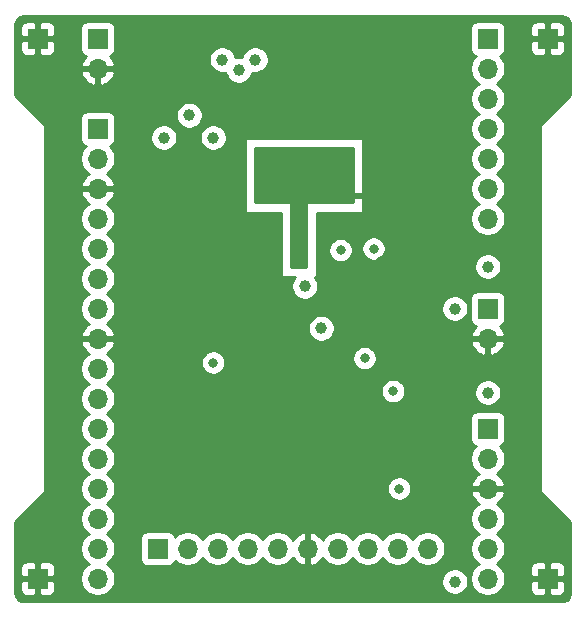
<source format=gbr>
%TF.GenerationSoftware,KiCad,Pcbnew,(5.1.10-1-10_14)*%
%TF.CreationDate,2022-01-24T14:54:24+11:00*%
%TF.ProjectId,STM32L431CBT6_BO,53544d33-324c-4343-9331-434254365f42,rev?*%
%TF.SameCoordinates,Original*%
%TF.FileFunction,Copper,L2,Inr*%
%TF.FilePolarity,Positive*%
%FSLAX46Y46*%
G04 Gerber Fmt 4.6, Leading zero omitted, Abs format (unit mm)*
G04 Created by KiCad (PCBNEW (5.1.10-1-10_14)) date 2022-01-24 14:54:24*
%MOMM*%
%LPD*%
G01*
G04 APERTURE LIST*
%TA.AperFunction,ComponentPad*%
%ADD10O,1.700000X1.700000*%
%TD*%
%TA.AperFunction,ComponentPad*%
%ADD11R,1.700000X1.700000*%
%TD*%
%TA.AperFunction,ViaPad*%
%ADD12C,0.800000*%
%TD*%
%TA.AperFunction,ViaPad*%
%ADD13C,1.000000*%
%TD*%
%TA.AperFunction,Conductor*%
%ADD14C,0.500000*%
%TD*%
%TA.AperFunction,Conductor*%
%ADD15C,0.254000*%
%TD*%
%TA.AperFunction,Conductor*%
%ADD16C,0.100000*%
%TD*%
G04 APERTURE END LIST*
D10*
%TO.N,PA12*%
%TO.C,J6*%
X182880000Y-81280000D03*
%TO.N,PA11*%
X180340000Y-81280000D03*
%TO.N,USART_Rx*%
X177800000Y-81280000D03*
%TO.N,USART_Tx*%
X175260000Y-81280000D03*
%TO.N,GND*%
X172720000Y-81280000D03*
%TO.N,PA8*%
X170180000Y-81280000D03*
%TO.N,PB15*%
X167640000Y-81280000D03*
%TO.N,PB14*%
X165100000Y-81280000D03*
%TO.N,PB13*%
X162560000Y-81280000D03*
D11*
%TO.N,PB12*%
X160020000Y-81280000D03*
%TD*%
%TO.N,GND*%
%TO.C,J9*%
X193040000Y-83820000D03*
%TD*%
%TO.N,Net-(D1-Pad2)*%
%TO.C,J1*%
X154940000Y-38100000D03*
D10*
%TO.N,GND*%
X154940000Y-40640000D03*
%TD*%
%TO.N,GND*%
%TO.C,J2*%
X187960000Y-63500000D03*
D11*
%TO.N,+3V3*%
X187960000Y-60960000D03*
%TD*%
%TO.N,PB9*%
%TO.C,J3*%
X187960000Y-38100000D03*
D10*
%TO.N,PB8*%
X187960000Y-40640000D03*
%TO.N,BOOT*%
X187960000Y-43180000D03*
%TO.N,I2C1_SDA*%
X187960000Y-45720000D03*
%TO.N,I2C1_SCL*%
X187960000Y-48260000D03*
%TO.N,PB5*%
X187960000Y-50800000D03*
%TO.N,PB4*%
X187960000Y-53340000D03*
%TD*%
D11*
%TO.N,+3.3VA*%
%TO.C,J4*%
X154940000Y-45720000D03*
D10*
%TO.N,ADC1_IN5*%
X154940000Y-48260000D03*
%TO.N,GND*%
X154940000Y-50800000D03*
%TO.N,PA1*%
X154940000Y-53340000D03*
%TO.N,PA2*%
X154940000Y-55880000D03*
%TO.N,PA3*%
X154940000Y-58420000D03*
%TO.N,DAC1_OUT1*%
X154940000Y-60960000D03*
%TO.N,GND*%
X154940000Y-63500000D03*
%TO.N,PA5*%
X154940000Y-66040000D03*
%TO.N,PA6*%
X154940000Y-68580000D03*
%TO.N,PA7*%
X154940000Y-71120000D03*
%TO.N,PB0*%
X154940000Y-73660000D03*
%TO.N,PB1*%
X154940000Y-76200000D03*
%TO.N,PB2*%
X154940000Y-78740000D03*
%TO.N,USART3_Tx*%
X154940000Y-81280000D03*
%TO.N,USART3_Rx*%
X154940000Y-83820000D03*
%TD*%
D11*
%TO.N,+3V3*%
%TO.C,J5*%
X187960000Y-71120000D03*
D10*
%TO.N,SWCLK*%
X187960000Y-73660000D03*
%TO.N,GND*%
X187960000Y-76200000D03*
%TO.N,SWDIO*%
X187960000Y-78740000D03*
%TO.N,NRST*%
X187960000Y-81280000D03*
%TO.N,SWO*%
X187960000Y-83820000D03*
%TD*%
D11*
%TO.N,GND*%
%TO.C,J7*%
X193040000Y-38100000D03*
%TD*%
%TO.N,GND*%
%TO.C,J8*%
X149860000Y-38100000D03*
%TD*%
%TO.N,GND*%
%TO.C,J10*%
X149860000Y-83820000D03*
%TD*%
D12*
%TO.N,GND*%
X157480000Y-52324000D03*
X183134000Y-46228000D03*
%TO.N,+3V3*%
X178308000Y-55880000D03*
D13*
X166878000Y-40767000D03*
X168275000Y-39878000D03*
X165481000Y-39878000D03*
X162687000Y-44577000D03*
X160528000Y-46482000D03*
X164719000Y-46482000D03*
D12*
X175514000Y-56007000D03*
D13*
X185166000Y-60960000D03*
X187960000Y-57404000D03*
X187960000Y-68072000D03*
%TO.N,GND*%
X157988000Y-60833000D03*
X172720000Y-78740000D03*
X187960000Y-66421000D03*
X185293000Y-63500000D03*
X192786000Y-40894000D03*
X194437000Y-40894000D03*
X150495000Y-81153000D03*
X148717000Y-81153000D03*
X193929000Y-79375000D03*
X193929000Y-81153000D03*
%TO.N,SWO*%
X185166000Y-84074000D03*
D12*
%TO.N,NRST*%
X180467000Y-76200000D03*
%TO.N,GND*%
X179197000Y-77470000D03*
D13*
X170688000Y-59055000D03*
%TO.N,NRST*%
X172466000Y-59055000D03*
%TO.N,SWO*%
X173863000Y-62611000D03*
D12*
%TO.N,+3V3*%
X177546000Y-65151000D03*
X179959000Y-67945000D03*
X164719000Y-65532000D03*
D13*
%TO.N,GND*%
X149225000Y-40767000D03*
X150749000Y-40767000D03*
X157607000Y-40005000D03*
X157607000Y-42545000D03*
X157607000Y-41275000D03*
D12*
X161607500Y-50927000D03*
X175260000Y-39941500D03*
X163131500Y-50927000D03*
X163893500Y-64706500D03*
X183515000Y-61722000D03*
X174752000Y-67818000D03*
X178054000Y-69469000D03*
X178943000Y-56896000D03*
X166370000Y-54102000D03*
X177546000Y-54610000D03*
X175895000Y-51435000D03*
X168910000Y-47879000D03*
X184912000Y-72771000D03*
X167640000Y-43180000D03*
X172720000Y-43180000D03*
X177800000Y-43180000D03*
X172720000Y-40640000D03*
X179070000Y-40640000D03*
X181610000Y-38100000D03*
X179070000Y-38100000D03*
X179070000Y-46990000D03*
X179070000Y-49530000D03*
X179070000Y-52070000D03*
X179070000Y-54610000D03*
X172720000Y-43180000D03*
X172720000Y-45720000D03*
X177800000Y-45720000D03*
X167640000Y-45720000D03*
X162560000Y-40640000D03*
X160020000Y-43180000D03*
X165100000Y-43180000D03*
X167640000Y-43180000D03*
X158750000Y-53975000D03*
X159258000Y-59817000D03*
X162560000Y-68580000D03*
X166370000Y-68580000D03*
X166370000Y-72390000D03*
X162560000Y-72390000D03*
X162560000Y-76200000D03*
X160020000Y-78740000D03*
X149098000Y-78994000D03*
X173990000Y-72390000D03*
X179070000Y-71120000D03*
X182880000Y-74930000D03*
X182753000Y-70612000D03*
X158115000Y-85090000D03*
X191135000Y-68580000D03*
X184150000Y-67310000D03*
X184785000Y-59055000D03*
X190500000Y-57150000D03*
X183515000Y-48006000D03*
X183515000Y-42418000D03*
X183515000Y-39624000D03*
X194056000Y-42672000D03*
X149098000Y-42926000D03*
X151638000Y-42926000D03*
X183896000Y-51054000D03*
X184912000Y-52578000D03*
X157988000Y-74422000D03*
%TD*%
D14*
%TO.N,GND*%
X175895000Y-51435000D02*
X177927000Y-51435000D01*
%TD*%
D15*
%TO.N,GND*%
X176530000Y-51943000D02*
X172720000Y-51943000D01*
X172695224Y-51945440D01*
X172671399Y-51952667D01*
X172649443Y-51964403D01*
X172630197Y-51980197D01*
X172614403Y-51999443D01*
X172602667Y-52021399D01*
X172595440Y-52045224D01*
X172593000Y-52070000D01*
X172593000Y-57404000D01*
X171323000Y-57404000D01*
X171323000Y-52070000D01*
X171320560Y-52045224D01*
X171313333Y-52021399D01*
X171301597Y-51999443D01*
X171285803Y-51980197D01*
X171266557Y-51964403D01*
X171244601Y-51952667D01*
X171220776Y-51945440D01*
X171196000Y-51943000D01*
X168275000Y-51943000D01*
X168275000Y-47371000D01*
X176530000Y-47371000D01*
X176530000Y-51943000D01*
%TA.AperFunction,Conductor*%
D16*
G36*
X176530000Y-51943000D02*
G01*
X172720000Y-51943000D01*
X172695224Y-51945440D01*
X172671399Y-51952667D01*
X172649443Y-51964403D01*
X172630197Y-51980197D01*
X172614403Y-51999443D01*
X172602667Y-52021399D01*
X172595440Y-52045224D01*
X172593000Y-52070000D01*
X172593000Y-57404000D01*
X171323000Y-57404000D01*
X171323000Y-52070000D01*
X171320560Y-52045224D01*
X171313333Y-52021399D01*
X171301597Y-51999443D01*
X171285803Y-51980197D01*
X171266557Y-51964403D01*
X171244601Y-51952667D01*
X171220776Y-51945440D01*
X171196000Y-51943000D01*
X168275000Y-51943000D01*
X168275000Y-47371000D01*
X176530000Y-47371000D01*
X176530000Y-51943000D01*
G37*
%TD.AperFunction*%
%TD*%
D15*
%TO.N,GND*%
X194427869Y-36234722D02*
X194541246Y-36268953D01*
X194645819Y-36324555D01*
X194737596Y-36399407D01*
X194813091Y-36490664D01*
X194869419Y-36594844D01*
X194904440Y-36707976D01*
X194920000Y-36856022D01*
X194920001Y-42906618D01*
X192596236Y-45230384D01*
X192571052Y-45251052D01*
X192550386Y-45276234D01*
X192488575Y-45351550D01*
X192467694Y-45390617D01*
X192427290Y-45466208D01*
X192389550Y-45590618D01*
X192380000Y-45687582D01*
X192380000Y-45687591D01*
X192376808Y-45720000D01*
X192380000Y-45752409D01*
X192380001Y-76167581D01*
X192376808Y-76200000D01*
X192380001Y-76232418D01*
X192380001Y-76232419D01*
X192389551Y-76329383D01*
X192394671Y-76346260D01*
X192427290Y-76453792D01*
X192488575Y-76568450D01*
X192550386Y-76643766D01*
X192550388Y-76643768D01*
X192571053Y-76668948D01*
X192596232Y-76689612D01*
X194920000Y-79013381D01*
X194920001Y-85057711D01*
X194905278Y-85207869D01*
X194871047Y-85321246D01*
X194815446Y-85425817D01*
X194740594Y-85517595D01*
X194649335Y-85593091D01*
X194545160Y-85649419D01*
X194432024Y-85684440D01*
X194283979Y-85700000D01*
X148622279Y-85700000D01*
X148472131Y-85685278D01*
X148358754Y-85651047D01*
X148254183Y-85595446D01*
X148162405Y-85520594D01*
X148086909Y-85429335D01*
X148030581Y-85325160D01*
X147995560Y-85212024D01*
X147980000Y-85063979D01*
X147980000Y-84670000D01*
X148371928Y-84670000D01*
X148384188Y-84794482D01*
X148420498Y-84914180D01*
X148479463Y-85024494D01*
X148558815Y-85121185D01*
X148655506Y-85200537D01*
X148765820Y-85259502D01*
X148885518Y-85295812D01*
X149010000Y-85308072D01*
X149574250Y-85305000D01*
X149733000Y-85146250D01*
X149733000Y-83947000D01*
X149987000Y-83947000D01*
X149987000Y-85146250D01*
X150145750Y-85305000D01*
X150710000Y-85308072D01*
X150834482Y-85295812D01*
X150954180Y-85259502D01*
X151064494Y-85200537D01*
X151161185Y-85121185D01*
X151240537Y-85024494D01*
X151299502Y-84914180D01*
X151335812Y-84794482D01*
X151348072Y-84670000D01*
X151345000Y-84105750D01*
X151186250Y-83947000D01*
X149987000Y-83947000D01*
X149733000Y-83947000D01*
X148533750Y-83947000D01*
X148375000Y-84105750D01*
X148371928Y-84670000D01*
X147980000Y-84670000D01*
X147980000Y-82970000D01*
X148371928Y-82970000D01*
X148375000Y-83534250D01*
X148533750Y-83693000D01*
X149733000Y-83693000D01*
X149733000Y-82493750D01*
X149987000Y-82493750D01*
X149987000Y-83693000D01*
X151186250Y-83693000D01*
X151345000Y-83534250D01*
X151348072Y-82970000D01*
X151335812Y-82845518D01*
X151299502Y-82725820D01*
X151240537Y-82615506D01*
X151161185Y-82518815D01*
X151064494Y-82439463D01*
X150954180Y-82380498D01*
X150834482Y-82344188D01*
X150710000Y-82331928D01*
X150145750Y-82335000D01*
X149987000Y-82493750D01*
X149733000Y-82493750D01*
X149574250Y-82335000D01*
X149010000Y-82331928D01*
X148885518Y-82344188D01*
X148765820Y-82380498D01*
X148655506Y-82439463D01*
X148558815Y-82518815D01*
X148479463Y-82615506D01*
X148420498Y-82725820D01*
X148384188Y-82845518D01*
X148371928Y-82970000D01*
X147980000Y-82970000D01*
X147980000Y-79013380D01*
X150303770Y-76689611D01*
X150328948Y-76668948D01*
X150349615Y-76643766D01*
X150411424Y-76568451D01*
X150411425Y-76568450D01*
X150472710Y-76453793D01*
X150510450Y-76329383D01*
X150520000Y-76232419D01*
X150520000Y-76232410D01*
X150523192Y-76200001D01*
X150520000Y-76167592D01*
X150520000Y-65893740D01*
X153455000Y-65893740D01*
X153455000Y-66186260D01*
X153512068Y-66473158D01*
X153624010Y-66743411D01*
X153786525Y-66986632D01*
X153993368Y-67193475D01*
X154167760Y-67310000D01*
X153993368Y-67426525D01*
X153786525Y-67633368D01*
X153624010Y-67876589D01*
X153512068Y-68146842D01*
X153455000Y-68433740D01*
X153455000Y-68726260D01*
X153512068Y-69013158D01*
X153624010Y-69283411D01*
X153786525Y-69526632D01*
X153993368Y-69733475D01*
X154167760Y-69850000D01*
X153993368Y-69966525D01*
X153786525Y-70173368D01*
X153624010Y-70416589D01*
X153512068Y-70686842D01*
X153455000Y-70973740D01*
X153455000Y-71266260D01*
X153512068Y-71553158D01*
X153624010Y-71823411D01*
X153786525Y-72066632D01*
X153993368Y-72273475D01*
X154167760Y-72390000D01*
X153993368Y-72506525D01*
X153786525Y-72713368D01*
X153624010Y-72956589D01*
X153512068Y-73226842D01*
X153455000Y-73513740D01*
X153455000Y-73806260D01*
X153512068Y-74093158D01*
X153624010Y-74363411D01*
X153786525Y-74606632D01*
X153993368Y-74813475D01*
X154167760Y-74930000D01*
X153993368Y-75046525D01*
X153786525Y-75253368D01*
X153624010Y-75496589D01*
X153512068Y-75766842D01*
X153455000Y-76053740D01*
X153455000Y-76346260D01*
X153512068Y-76633158D01*
X153624010Y-76903411D01*
X153786525Y-77146632D01*
X153993368Y-77353475D01*
X154167760Y-77470000D01*
X153993368Y-77586525D01*
X153786525Y-77793368D01*
X153624010Y-78036589D01*
X153512068Y-78306842D01*
X153455000Y-78593740D01*
X153455000Y-78886260D01*
X153512068Y-79173158D01*
X153624010Y-79443411D01*
X153786525Y-79686632D01*
X153993368Y-79893475D01*
X154167760Y-80010000D01*
X153993368Y-80126525D01*
X153786525Y-80333368D01*
X153624010Y-80576589D01*
X153512068Y-80846842D01*
X153455000Y-81133740D01*
X153455000Y-81426260D01*
X153512068Y-81713158D01*
X153624010Y-81983411D01*
X153786525Y-82226632D01*
X153993368Y-82433475D01*
X154167760Y-82550000D01*
X153993368Y-82666525D01*
X153786525Y-82873368D01*
X153624010Y-83116589D01*
X153512068Y-83386842D01*
X153455000Y-83673740D01*
X153455000Y-83966260D01*
X153512068Y-84253158D01*
X153624010Y-84523411D01*
X153786525Y-84766632D01*
X153993368Y-84973475D01*
X154236589Y-85135990D01*
X154506842Y-85247932D01*
X154793740Y-85305000D01*
X155086260Y-85305000D01*
X155373158Y-85247932D01*
X155643411Y-85135990D01*
X155886632Y-84973475D01*
X156093475Y-84766632D01*
X156255990Y-84523411D01*
X156367932Y-84253158D01*
X156425000Y-83966260D01*
X156425000Y-83962212D01*
X184031000Y-83962212D01*
X184031000Y-84185788D01*
X184074617Y-84405067D01*
X184160176Y-84611624D01*
X184284388Y-84797520D01*
X184442480Y-84955612D01*
X184628376Y-85079824D01*
X184834933Y-85165383D01*
X185054212Y-85209000D01*
X185277788Y-85209000D01*
X185497067Y-85165383D01*
X185703624Y-85079824D01*
X185889520Y-84955612D01*
X186047612Y-84797520D01*
X186171824Y-84611624D01*
X186257383Y-84405067D01*
X186301000Y-84185788D01*
X186301000Y-83962212D01*
X186257383Y-83742933D01*
X186171824Y-83536376D01*
X186047612Y-83350480D01*
X185889520Y-83192388D01*
X185703624Y-83068176D01*
X185497067Y-82982617D01*
X185277788Y-82939000D01*
X185054212Y-82939000D01*
X184834933Y-82982617D01*
X184628376Y-83068176D01*
X184442480Y-83192388D01*
X184284388Y-83350480D01*
X184160176Y-83536376D01*
X184074617Y-83742933D01*
X184031000Y-83962212D01*
X156425000Y-83962212D01*
X156425000Y-83673740D01*
X156367932Y-83386842D01*
X156255990Y-83116589D01*
X156093475Y-82873368D01*
X155886632Y-82666525D01*
X155712240Y-82550000D01*
X155886632Y-82433475D01*
X156093475Y-82226632D01*
X156255990Y-81983411D01*
X156367932Y-81713158D01*
X156425000Y-81426260D01*
X156425000Y-81133740D01*
X156367932Y-80846842D01*
X156255990Y-80576589D01*
X156158043Y-80430000D01*
X158531928Y-80430000D01*
X158531928Y-82130000D01*
X158544188Y-82254482D01*
X158580498Y-82374180D01*
X158639463Y-82484494D01*
X158718815Y-82581185D01*
X158815506Y-82660537D01*
X158925820Y-82719502D01*
X159045518Y-82755812D01*
X159170000Y-82768072D01*
X160870000Y-82768072D01*
X160994482Y-82755812D01*
X161114180Y-82719502D01*
X161224494Y-82660537D01*
X161321185Y-82581185D01*
X161400537Y-82484494D01*
X161459502Y-82374180D01*
X161481513Y-82301620D01*
X161613368Y-82433475D01*
X161856589Y-82595990D01*
X162126842Y-82707932D01*
X162413740Y-82765000D01*
X162706260Y-82765000D01*
X162993158Y-82707932D01*
X163263411Y-82595990D01*
X163506632Y-82433475D01*
X163713475Y-82226632D01*
X163830000Y-82052240D01*
X163946525Y-82226632D01*
X164153368Y-82433475D01*
X164396589Y-82595990D01*
X164666842Y-82707932D01*
X164953740Y-82765000D01*
X165246260Y-82765000D01*
X165533158Y-82707932D01*
X165803411Y-82595990D01*
X166046632Y-82433475D01*
X166253475Y-82226632D01*
X166370000Y-82052240D01*
X166486525Y-82226632D01*
X166693368Y-82433475D01*
X166936589Y-82595990D01*
X167206842Y-82707932D01*
X167493740Y-82765000D01*
X167786260Y-82765000D01*
X168073158Y-82707932D01*
X168343411Y-82595990D01*
X168586632Y-82433475D01*
X168793475Y-82226632D01*
X168910000Y-82052240D01*
X169026525Y-82226632D01*
X169233368Y-82433475D01*
X169476589Y-82595990D01*
X169746842Y-82707932D01*
X170033740Y-82765000D01*
X170326260Y-82765000D01*
X170613158Y-82707932D01*
X170883411Y-82595990D01*
X171126632Y-82433475D01*
X171333475Y-82226632D01*
X171455195Y-82044466D01*
X171524822Y-82161355D01*
X171719731Y-82377588D01*
X171953080Y-82551641D01*
X172215901Y-82676825D01*
X172363110Y-82721476D01*
X172593000Y-82600155D01*
X172593000Y-81407000D01*
X172573000Y-81407000D01*
X172573000Y-81153000D01*
X172593000Y-81153000D01*
X172593000Y-79959845D01*
X172847000Y-79959845D01*
X172847000Y-81153000D01*
X172867000Y-81153000D01*
X172867000Y-81407000D01*
X172847000Y-81407000D01*
X172847000Y-82600155D01*
X173076890Y-82721476D01*
X173224099Y-82676825D01*
X173486920Y-82551641D01*
X173720269Y-82377588D01*
X173915178Y-82161355D01*
X173984805Y-82044466D01*
X174106525Y-82226632D01*
X174313368Y-82433475D01*
X174556589Y-82595990D01*
X174826842Y-82707932D01*
X175113740Y-82765000D01*
X175406260Y-82765000D01*
X175693158Y-82707932D01*
X175963411Y-82595990D01*
X176206632Y-82433475D01*
X176413475Y-82226632D01*
X176530000Y-82052240D01*
X176646525Y-82226632D01*
X176853368Y-82433475D01*
X177096589Y-82595990D01*
X177366842Y-82707932D01*
X177653740Y-82765000D01*
X177946260Y-82765000D01*
X178233158Y-82707932D01*
X178503411Y-82595990D01*
X178746632Y-82433475D01*
X178953475Y-82226632D01*
X179070000Y-82052240D01*
X179186525Y-82226632D01*
X179393368Y-82433475D01*
X179636589Y-82595990D01*
X179906842Y-82707932D01*
X180193740Y-82765000D01*
X180486260Y-82765000D01*
X180773158Y-82707932D01*
X181043411Y-82595990D01*
X181286632Y-82433475D01*
X181493475Y-82226632D01*
X181610000Y-82052240D01*
X181726525Y-82226632D01*
X181933368Y-82433475D01*
X182176589Y-82595990D01*
X182446842Y-82707932D01*
X182733740Y-82765000D01*
X183026260Y-82765000D01*
X183313158Y-82707932D01*
X183583411Y-82595990D01*
X183826632Y-82433475D01*
X184033475Y-82226632D01*
X184195990Y-81983411D01*
X184307932Y-81713158D01*
X184365000Y-81426260D01*
X184365000Y-81133740D01*
X184307932Y-80846842D01*
X184195990Y-80576589D01*
X184033475Y-80333368D01*
X183826632Y-80126525D01*
X183583411Y-79964010D01*
X183313158Y-79852068D01*
X183026260Y-79795000D01*
X182733740Y-79795000D01*
X182446842Y-79852068D01*
X182176589Y-79964010D01*
X181933368Y-80126525D01*
X181726525Y-80333368D01*
X181610000Y-80507760D01*
X181493475Y-80333368D01*
X181286632Y-80126525D01*
X181043411Y-79964010D01*
X180773158Y-79852068D01*
X180486260Y-79795000D01*
X180193740Y-79795000D01*
X179906842Y-79852068D01*
X179636589Y-79964010D01*
X179393368Y-80126525D01*
X179186525Y-80333368D01*
X179070000Y-80507760D01*
X178953475Y-80333368D01*
X178746632Y-80126525D01*
X178503411Y-79964010D01*
X178233158Y-79852068D01*
X177946260Y-79795000D01*
X177653740Y-79795000D01*
X177366842Y-79852068D01*
X177096589Y-79964010D01*
X176853368Y-80126525D01*
X176646525Y-80333368D01*
X176530000Y-80507760D01*
X176413475Y-80333368D01*
X176206632Y-80126525D01*
X175963411Y-79964010D01*
X175693158Y-79852068D01*
X175406260Y-79795000D01*
X175113740Y-79795000D01*
X174826842Y-79852068D01*
X174556589Y-79964010D01*
X174313368Y-80126525D01*
X174106525Y-80333368D01*
X173984805Y-80515534D01*
X173915178Y-80398645D01*
X173720269Y-80182412D01*
X173486920Y-80008359D01*
X173224099Y-79883175D01*
X173076890Y-79838524D01*
X172847000Y-79959845D01*
X172593000Y-79959845D01*
X172363110Y-79838524D01*
X172215901Y-79883175D01*
X171953080Y-80008359D01*
X171719731Y-80182412D01*
X171524822Y-80398645D01*
X171455195Y-80515534D01*
X171333475Y-80333368D01*
X171126632Y-80126525D01*
X170883411Y-79964010D01*
X170613158Y-79852068D01*
X170326260Y-79795000D01*
X170033740Y-79795000D01*
X169746842Y-79852068D01*
X169476589Y-79964010D01*
X169233368Y-80126525D01*
X169026525Y-80333368D01*
X168910000Y-80507760D01*
X168793475Y-80333368D01*
X168586632Y-80126525D01*
X168343411Y-79964010D01*
X168073158Y-79852068D01*
X167786260Y-79795000D01*
X167493740Y-79795000D01*
X167206842Y-79852068D01*
X166936589Y-79964010D01*
X166693368Y-80126525D01*
X166486525Y-80333368D01*
X166370000Y-80507760D01*
X166253475Y-80333368D01*
X166046632Y-80126525D01*
X165803411Y-79964010D01*
X165533158Y-79852068D01*
X165246260Y-79795000D01*
X164953740Y-79795000D01*
X164666842Y-79852068D01*
X164396589Y-79964010D01*
X164153368Y-80126525D01*
X163946525Y-80333368D01*
X163830000Y-80507760D01*
X163713475Y-80333368D01*
X163506632Y-80126525D01*
X163263411Y-79964010D01*
X162993158Y-79852068D01*
X162706260Y-79795000D01*
X162413740Y-79795000D01*
X162126842Y-79852068D01*
X161856589Y-79964010D01*
X161613368Y-80126525D01*
X161481513Y-80258380D01*
X161459502Y-80185820D01*
X161400537Y-80075506D01*
X161321185Y-79978815D01*
X161224494Y-79899463D01*
X161114180Y-79840498D01*
X160994482Y-79804188D01*
X160870000Y-79791928D01*
X159170000Y-79791928D01*
X159045518Y-79804188D01*
X158925820Y-79840498D01*
X158815506Y-79899463D01*
X158718815Y-79978815D01*
X158639463Y-80075506D01*
X158580498Y-80185820D01*
X158544188Y-80305518D01*
X158531928Y-80430000D01*
X156158043Y-80430000D01*
X156093475Y-80333368D01*
X155886632Y-80126525D01*
X155712240Y-80010000D01*
X155886632Y-79893475D01*
X156093475Y-79686632D01*
X156255990Y-79443411D01*
X156367932Y-79173158D01*
X156425000Y-78886260D01*
X156425000Y-78593740D01*
X186475000Y-78593740D01*
X186475000Y-78886260D01*
X186532068Y-79173158D01*
X186644010Y-79443411D01*
X186806525Y-79686632D01*
X187013368Y-79893475D01*
X187187760Y-80010000D01*
X187013368Y-80126525D01*
X186806525Y-80333368D01*
X186644010Y-80576589D01*
X186532068Y-80846842D01*
X186475000Y-81133740D01*
X186475000Y-81426260D01*
X186532068Y-81713158D01*
X186644010Y-81983411D01*
X186806525Y-82226632D01*
X187013368Y-82433475D01*
X187187760Y-82550000D01*
X187013368Y-82666525D01*
X186806525Y-82873368D01*
X186644010Y-83116589D01*
X186532068Y-83386842D01*
X186475000Y-83673740D01*
X186475000Y-83966260D01*
X186532068Y-84253158D01*
X186644010Y-84523411D01*
X186806525Y-84766632D01*
X187013368Y-84973475D01*
X187256589Y-85135990D01*
X187526842Y-85247932D01*
X187813740Y-85305000D01*
X188106260Y-85305000D01*
X188393158Y-85247932D01*
X188663411Y-85135990D01*
X188906632Y-84973475D01*
X189113475Y-84766632D01*
X189178042Y-84670000D01*
X191551928Y-84670000D01*
X191564188Y-84794482D01*
X191600498Y-84914180D01*
X191659463Y-85024494D01*
X191738815Y-85121185D01*
X191835506Y-85200537D01*
X191945820Y-85259502D01*
X192065518Y-85295812D01*
X192190000Y-85308072D01*
X192754250Y-85305000D01*
X192913000Y-85146250D01*
X192913000Y-83947000D01*
X193167000Y-83947000D01*
X193167000Y-85146250D01*
X193325750Y-85305000D01*
X193890000Y-85308072D01*
X194014482Y-85295812D01*
X194134180Y-85259502D01*
X194244494Y-85200537D01*
X194341185Y-85121185D01*
X194420537Y-85024494D01*
X194479502Y-84914180D01*
X194515812Y-84794482D01*
X194528072Y-84670000D01*
X194525000Y-84105750D01*
X194366250Y-83947000D01*
X193167000Y-83947000D01*
X192913000Y-83947000D01*
X191713750Y-83947000D01*
X191555000Y-84105750D01*
X191551928Y-84670000D01*
X189178042Y-84670000D01*
X189275990Y-84523411D01*
X189387932Y-84253158D01*
X189445000Y-83966260D01*
X189445000Y-83673740D01*
X189387932Y-83386842D01*
X189275990Y-83116589D01*
X189178043Y-82970000D01*
X191551928Y-82970000D01*
X191555000Y-83534250D01*
X191713750Y-83693000D01*
X192913000Y-83693000D01*
X192913000Y-82493750D01*
X193167000Y-82493750D01*
X193167000Y-83693000D01*
X194366250Y-83693000D01*
X194525000Y-83534250D01*
X194528072Y-82970000D01*
X194515812Y-82845518D01*
X194479502Y-82725820D01*
X194420537Y-82615506D01*
X194341185Y-82518815D01*
X194244494Y-82439463D01*
X194134180Y-82380498D01*
X194014482Y-82344188D01*
X193890000Y-82331928D01*
X193325750Y-82335000D01*
X193167000Y-82493750D01*
X192913000Y-82493750D01*
X192754250Y-82335000D01*
X192190000Y-82331928D01*
X192065518Y-82344188D01*
X191945820Y-82380498D01*
X191835506Y-82439463D01*
X191738815Y-82518815D01*
X191659463Y-82615506D01*
X191600498Y-82725820D01*
X191564188Y-82845518D01*
X191551928Y-82970000D01*
X189178043Y-82970000D01*
X189113475Y-82873368D01*
X188906632Y-82666525D01*
X188732240Y-82550000D01*
X188906632Y-82433475D01*
X189113475Y-82226632D01*
X189275990Y-81983411D01*
X189387932Y-81713158D01*
X189445000Y-81426260D01*
X189445000Y-81133740D01*
X189387932Y-80846842D01*
X189275990Y-80576589D01*
X189113475Y-80333368D01*
X188906632Y-80126525D01*
X188732240Y-80010000D01*
X188906632Y-79893475D01*
X189113475Y-79686632D01*
X189275990Y-79443411D01*
X189387932Y-79173158D01*
X189445000Y-78886260D01*
X189445000Y-78593740D01*
X189387932Y-78306842D01*
X189275990Y-78036589D01*
X189113475Y-77793368D01*
X188906632Y-77586525D01*
X188724466Y-77464805D01*
X188841355Y-77395178D01*
X189057588Y-77200269D01*
X189231641Y-76966920D01*
X189356825Y-76704099D01*
X189401476Y-76556890D01*
X189280155Y-76327000D01*
X188087000Y-76327000D01*
X188087000Y-76347000D01*
X187833000Y-76347000D01*
X187833000Y-76327000D01*
X186639845Y-76327000D01*
X186518524Y-76556890D01*
X186563175Y-76704099D01*
X186688359Y-76966920D01*
X186862412Y-77200269D01*
X187078645Y-77395178D01*
X187195534Y-77464805D01*
X187013368Y-77586525D01*
X186806525Y-77793368D01*
X186644010Y-78036589D01*
X186532068Y-78306842D01*
X186475000Y-78593740D01*
X156425000Y-78593740D01*
X156367932Y-78306842D01*
X156255990Y-78036589D01*
X156093475Y-77793368D01*
X155886632Y-77586525D01*
X155712240Y-77470000D01*
X155886632Y-77353475D01*
X156093475Y-77146632D01*
X156255990Y-76903411D01*
X156367932Y-76633158D01*
X156425000Y-76346260D01*
X156425000Y-76098061D01*
X179432000Y-76098061D01*
X179432000Y-76301939D01*
X179471774Y-76501898D01*
X179549795Y-76690256D01*
X179663063Y-76859774D01*
X179807226Y-77003937D01*
X179976744Y-77117205D01*
X180165102Y-77195226D01*
X180365061Y-77235000D01*
X180568939Y-77235000D01*
X180768898Y-77195226D01*
X180957256Y-77117205D01*
X181126774Y-77003937D01*
X181270937Y-76859774D01*
X181384205Y-76690256D01*
X181462226Y-76501898D01*
X181502000Y-76301939D01*
X181502000Y-76098061D01*
X181462226Y-75898102D01*
X181384205Y-75709744D01*
X181270937Y-75540226D01*
X181126774Y-75396063D01*
X180957256Y-75282795D01*
X180768898Y-75204774D01*
X180568939Y-75165000D01*
X180365061Y-75165000D01*
X180165102Y-75204774D01*
X179976744Y-75282795D01*
X179807226Y-75396063D01*
X179663063Y-75540226D01*
X179549795Y-75709744D01*
X179471774Y-75898102D01*
X179432000Y-76098061D01*
X156425000Y-76098061D01*
X156425000Y-76053740D01*
X156367932Y-75766842D01*
X156255990Y-75496589D01*
X156093475Y-75253368D01*
X155886632Y-75046525D01*
X155712240Y-74930000D01*
X155886632Y-74813475D01*
X156093475Y-74606632D01*
X156255990Y-74363411D01*
X156367932Y-74093158D01*
X156425000Y-73806260D01*
X156425000Y-73513740D01*
X156367932Y-73226842D01*
X156255990Y-72956589D01*
X156093475Y-72713368D01*
X155886632Y-72506525D01*
X155712240Y-72390000D01*
X155886632Y-72273475D01*
X156093475Y-72066632D01*
X156255990Y-71823411D01*
X156367932Y-71553158D01*
X156425000Y-71266260D01*
X156425000Y-70973740D01*
X156367932Y-70686842D01*
X156255990Y-70416589D01*
X156158043Y-70270000D01*
X186471928Y-70270000D01*
X186471928Y-71970000D01*
X186484188Y-72094482D01*
X186520498Y-72214180D01*
X186579463Y-72324494D01*
X186658815Y-72421185D01*
X186755506Y-72500537D01*
X186865820Y-72559502D01*
X186938380Y-72581513D01*
X186806525Y-72713368D01*
X186644010Y-72956589D01*
X186532068Y-73226842D01*
X186475000Y-73513740D01*
X186475000Y-73806260D01*
X186532068Y-74093158D01*
X186644010Y-74363411D01*
X186806525Y-74606632D01*
X187013368Y-74813475D01*
X187195534Y-74935195D01*
X187078645Y-75004822D01*
X186862412Y-75199731D01*
X186688359Y-75433080D01*
X186563175Y-75695901D01*
X186518524Y-75843110D01*
X186639845Y-76073000D01*
X187833000Y-76073000D01*
X187833000Y-76053000D01*
X188087000Y-76053000D01*
X188087000Y-76073000D01*
X189280155Y-76073000D01*
X189401476Y-75843110D01*
X189356825Y-75695901D01*
X189231641Y-75433080D01*
X189057588Y-75199731D01*
X188841355Y-75004822D01*
X188724466Y-74935195D01*
X188906632Y-74813475D01*
X189113475Y-74606632D01*
X189275990Y-74363411D01*
X189387932Y-74093158D01*
X189445000Y-73806260D01*
X189445000Y-73513740D01*
X189387932Y-73226842D01*
X189275990Y-72956589D01*
X189113475Y-72713368D01*
X188981620Y-72581513D01*
X189054180Y-72559502D01*
X189164494Y-72500537D01*
X189261185Y-72421185D01*
X189340537Y-72324494D01*
X189399502Y-72214180D01*
X189435812Y-72094482D01*
X189448072Y-71970000D01*
X189448072Y-70270000D01*
X189435812Y-70145518D01*
X189399502Y-70025820D01*
X189340537Y-69915506D01*
X189261185Y-69818815D01*
X189164494Y-69739463D01*
X189054180Y-69680498D01*
X188934482Y-69644188D01*
X188810000Y-69631928D01*
X187110000Y-69631928D01*
X186985518Y-69644188D01*
X186865820Y-69680498D01*
X186755506Y-69739463D01*
X186658815Y-69818815D01*
X186579463Y-69915506D01*
X186520498Y-70025820D01*
X186484188Y-70145518D01*
X186471928Y-70270000D01*
X156158043Y-70270000D01*
X156093475Y-70173368D01*
X155886632Y-69966525D01*
X155712240Y-69850000D01*
X155886632Y-69733475D01*
X156093475Y-69526632D01*
X156255990Y-69283411D01*
X156367932Y-69013158D01*
X156425000Y-68726260D01*
X156425000Y-68433740D01*
X156367932Y-68146842D01*
X156255990Y-67876589D01*
X156233588Y-67843061D01*
X178924000Y-67843061D01*
X178924000Y-68046939D01*
X178963774Y-68246898D01*
X179041795Y-68435256D01*
X179155063Y-68604774D01*
X179299226Y-68748937D01*
X179468744Y-68862205D01*
X179657102Y-68940226D01*
X179857061Y-68980000D01*
X180060939Y-68980000D01*
X180260898Y-68940226D01*
X180449256Y-68862205D01*
X180618774Y-68748937D01*
X180762937Y-68604774D01*
X180876205Y-68435256D01*
X180954226Y-68246898D01*
X180994000Y-68046939D01*
X180994000Y-67960212D01*
X186825000Y-67960212D01*
X186825000Y-68183788D01*
X186868617Y-68403067D01*
X186954176Y-68609624D01*
X187078388Y-68795520D01*
X187236480Y-68953612D01*
X187422376Y-69077824D01*
X187628933Y-69163383D01*
X187848212Y-69207000D01*
X188071788Y-69207000D01*
X188291067Y-69163383D01*
X188497624Y-69077824D01*
X188683520Y-68953612D01*
X188841612Y-68795520D01*
X188965824Y-68609624D01*
X189051383Y-68403067D01*
X189095000Y-68183788D01*
X189095000Y-67960212D01*
X189051383Y-67740933D01*
X188965824Y-67534376D01*
X188841612Y-67348480D01*
X188683520Y-67190388D01*
X188497624Y-67066176D01*
X188291067Y-66980617D01*
X188071788Y-66937000D01*
X187848212Y-66937000D01*
X187628933Y-66980617D01*
X187422376Y-67066176D01*
X187236480Y-67190388D01*
X187078388Y-67348480D01*
X186954176Y-67534376D01*
X186868617Y-67740933D01*
X186825000Y-67960212D01*
X180994000Y-67960212D01*
X180994000Y-67843061D01*
X180954226Y-67643102D01*
X180876205Y-67454744D01*
X180762937Y-67285226D01*
X180618774Y-67141063D01*
X180449256Y-67027795D01*
X180260898Y-66949774D01*
X180060939Y-66910000D01*
X179857061Y-66910000D01*
X179657102Y-66949774D01*
X179468744Y-67027795D01*
X179299226Y-67141063D01*
X179155063Y-67285226D01*
X179041795Y-67454744D01*
X178963774Y-67643102D01*
X178924000Y-67843061D01*
X156233588Y-67843061D01*
X156093475Y-67633368D01*
X155886632Y-67426525D01*
X155712240Y-67310000D01*
X155886632Y-67193475D01*
X156093475Y-66986632D01*
X156255990Y-66743411D01*
X156367932Y-66473158D01*
X156425000Y-66186260D01*
X156425000Y-65893740D01*
X156367932Y-65606842D01*
X156294708Y-65430061D01*
X163684000Y-65430061D01*
X163684000Y-65633939D01*
X163723774Y-65833898D01*
X163801795Y-66022256D01*
X163915063Y-66191774D01*
X164059226Y-66335937D01*
X164228744Y-66449205D01*
X164417102Y-66527226D01*
X164617061Y-66567000D01*
X164820939Y-66567000D01*
X165020898Y-66527226D01*
X165209256Y-66449205D01*
X165378774Y-66335937D01*
X165522937Y-66191774D01*
X165636205Y-66022256D01*
X165714226Y-65833898D01*
X165754000Y-65633939D01*
X165754000Y-65430061D01*
X165714226Y-65230102D01*
X165639236Y-65049061D01*
X176511000Y-65049061D01*
X176511000Y-65252939D01*
X176550774Y-65452898D01*
X176628795Y-65641256D01*
X176742063Y-65810774D01*
X176886226Y-65954937D01*
X177055744Y-66068205D01*
X177244102Y-66146226D01*
X177444061Y-66186000D01*
X177647939Y-66186000D01*
X177847898Y-66146226D01*
X178036256Y-66068205D01*
X178205774Y-65954937D01*
X178349937Y-65810774D01*
X178463205Y-65641256D01*
X178541226Y-65452898D01*
X178581000Y-65252939D01*
X178581000Y-65049061D01*
X178541226Y-64849102D01*
X178463205Y-64660744D01*
X178349937Y-64491226D01*
X178205774Y-64347063D01*
X178036256Y-64233795D01*
X177847898Y-64155774D01*
X177647939Y-64116000D01*
X177444061Y-64116000D01*
X177244102Y-64155774D01*
X177055744Y-64233795D01*
X176886226Y-64347063D01*
X176742063Y-64491226D01*
X176628795Y-64660744D01*
X176550774Y-64849102D01*
X176511000Y-65049061D01*
X165639236Y-65049061D01*
X165636205Y-65041744D01*
X165522937Y-64872226D01*
X165378774Y-64728063D01*
X165209256Y-64614795D01*
X165020898Y-64536774D01*
X164820939Y-64497000D01*
X164617061Y-64497000D01*
X164417102Y-64536774D01*
X164228744Y-64614795D01*
X164059226Y-64728063D01*
X163915063Y-64872226D01*
X163801795Y-65041744D01*
X163723774Y-65230102D01*
X163684000Y-65430061D01*
X156294708Y-65430061D01*
X156255990Y-65336589D01*
X156093475Y-65093368D01*
X155886632Y-64886525D01*
X155704466Y-64764805D01*
X155821355Y-64695178D01*
X156037588Y-64500269D01*
X156211641Y-64266920D01*
X156336825Y-64004099D01*
X156381476Y-63856890D01*
X186518524Y-63856890D01*
X186563175Y-64004099D01*
X186688359Y-64266920D01*
X186862412Y-64500269D01*
X187078645Y-64695178D01*
X187328748Y-64844157D01*
X187603109Y-64941481D01*
X187833000Y-64820814D01*
X187833000Y-63627000D01*
X188087000Y-63627000D01*
X188087000Y-64820814D01*
X188316891Y-64941481D01*
X188591252Y-64844157D01*
X188841355Y-64695178D01*
X189057588Y-64500269D01*
X189231641Y-64266920D01*
X189356825Y-64004099D01*
X189401476Y-63856890D01*
X189280155Y-63627000D01*
X188087000Y-63627000D01*
X187833000Y-63627000D01*
X186639845Y-63627000D01*
X186518524Y-63856890D01*
X156381476Y-63856890D01*
X156260155Y-63627000D01*
X155067000Y-63627000D01*
X155067000Y-63647000D01*
X154813000Y-63647000D01*
X154813000Y-63627000D01*
X153619845Y-63627000D01*
X153498524Y-63856890D01*
X153543175Y-64004099D01*
X153668359Y-64266920D01*
X153842412Y-64500269D01*
X154058645Y-64695178D01*
X154175534Y-64764805D01*
X153993368Y-64886525D01*
X153786525Y-65093368D01*
X153624010Y-65336589D01*
X153512068Y-65606842D01*
X153455000Y-65893740D01*
X150520000Y-65893740D01*
X150520000Y-53193740D01*
X153455000Y-53193740D01*
X153455000Y-53486260D01*
X153512068Y-53773158D01*
X153624010Y-54043411D01*
X153786525Y-54286632D01*
X153993368Y-54493475D01*
X154167760Y-54610000D01*
X153993368Y-54726525D01*
X153786525Y-54933368D01*
X153624010Y-55176589D01*
X153512068Y-55446842D01*
X153455000Y-55733740D01*
X153455000Y-56026260D01*
X153512068Y-56313158D01*
X153624010Y-56583411D01*
X153786525Y-56826632D01*
X153993368Y-57033475D01*
X154167760Y-57150000D01*
X153993368Y-57266525D01*
X153786525Y-57473368D01*
X153624010Y-57716589D01*
X153512068Y-57986842D01*
X153455000Y-58273740D01*
X153455000Y-58566260D01*
X153512068Y-58853158D01*
X153624010Y-59123411D01*
X153786525Y-59366632D01*
X153993368Y-59573475D01*
X154167760Y-59690000D01*
X153993368Y-59806525D01*
X153786525Y-60013368D01*
X153624010Y-60256589D01*
X153512068Y-60526842D01*
X153455000Y-60813740D01*
X153455000Y-61106260D01*
X153512068Y-61393158D01*
X153624010Y-61663411D01*
X153786525Y-61906632D01*
X153993368Y-62113475D01*
X154175534Y-62235195D01*
X154058645Y-62304822D01*
X153842412Y-62499731D01*
X153668359Y-62733080D01*
X153543175Y-62995901D01*
X153498524Y-63143110D01*
X153619845Y-63373000D01*
X154813000Y-63373000D01*
X154813000Y-63353000D01*
X155067000Y-63353000D01*
X155067000Y-63373000D01*
X156260155Y-63373000D01*
X156381476Y-63143110D01*
X156336825Y-62995901D01*
X156211641Y-62733080D01*
X156037588Y-62499731D01*
X156037013Y-62499212D01*
X172728000Y-62499212D01*
X172728000Y-62722788D01*
X172771617Y-62942067D01*
X172857176Y-63148624D01*
X172981388Y-63334520D01*
X173139480Y-63492612D01*
X173325376Y-63616824D01*
X173531933Y-63702383D01*
X173751212Y-63746000D01*
X173974788Y-63746000D01*
X174194067Y-63702383D01*
X174400624Y-63616824D01*
X174586520Y-63492612D01*
X174744612Y-63334520D01*
X174868824Y-63148624D01*
X174954383Y-62942067D01*
X174998000Y-62722788D01*
X174998000Y-62499212D01*
X174954383Y-62279933D01*
X174868824Y-62073376D01*
X174744612Y-61887480D01*
X174586520Y-61729388D01*
X174400624Y-61605176D01*
X174194067Y-61519617D01*
X173974788Y-61476000D01*
X173751212Y-61476000D01*
X173531933Y-61519617D01*
X173325376Y-61605176D01*
X173139480Y-61729388D01*
X172981388Y-61887480D01*
X172857176Y-62073376D01*
X172771617Y-62279933D01*
X172728000Y-62499212D01*
X156037013Y-62499212D01*
X155821355Y-62304822D01*
X155704466Y-62235195D01*
X155886632Y-62113475D01*
X156093475Y-61906632D01*
X156255990Y-61663411D01*
X156367932Y-61393158D01*
X156425000Y-61106260D01*
X156425000Y-60848212D01*
X184031000Y-60848212D01*
X184031000Y-61071788D01*
X184074617Y-61291067D01*
X184160176Y-61497624D01*
X184284388Y-61683520D01*
X184442480Y-61841612D01*
X184628376Y-61965824D01*
X184834933Y-62051383D01*
X185054212Y-62095000D01*
X185277788Y-62095000D01*
X185497067Y-62051383D01*
X185703624Y-61965824D01*
X185889520Y-61841612D01*
X186047612Y-61683520D01*
X186171824Y-61497624D01*
X186257383Y-61291067D01*
X186301000Y-61071788D01*
X186301000Y-60848212D01*
X186257383Y-60628933D01*
X186171824Y-60422376D01*
X186047612Y-60236480D01*
X185921132Y-60110000D01*
X186471928Y-60110000D01*
X186471928Y-61810000D01*
X186484188Y-61934482D01*
X186520498Y-62054180D01*
X186579463Y-62164494D01*
X186658815Y-62261185D01*
X186755506Y-62340537D01*
X186865820Y-62399502D01*
X186946466Y-62423966D01*
X186862412Y-62499731D01*
X186688359Y-62733080D01*
X186563175Y-62995901D01*
X186518524Y-63143110D01*
X186639845Y-63373000D01*
X187833000Y-63373000D01*
X187833000Y-63353000D01*
X188087000Y-63353000D01*
X188087000Y-63373000D01*
X189280155Y-63373000D01*
X189401476Y-63143110D01*
X189356825Y-62995901D01*
X189231641Y-62733080D01*
X189057588Y-62499731D01*
X188973534Y-62423966D01*
X189054180Y-62399502D01*
X189164494Y-62340537D01*
X189261185Y-62261185D01*
X189340537Y-62164494D01*
X189399502Y-62054180D01*
X189435812Y-61934482D01*
X189448072Y-61810000D01*
X189448072Y-60110000D01*
X189435812Y-59985518D01*
X189399502Y-59865820D01*
X189340537Y-59755506D01*
X189261185Y-59658815D01*
X189164494Y-59579463D01*
X189054180Y-59520498D01*
X188934482Y-59484188D01*
X188810000Y-59471928D01*
X187110000Y-59471928D01*
X186985518Y-59484188D01*
X186865820Y-59520498D01*
X186755506Y-59579463D01*
X186658815Y-59658815D01*
X186579463Y-59755506D01*
X186520498Y-59865820D01*
X186484188Y-59985518D01*
X186471928Y-60110000D01*
X185921132Y-60110000D01*
X185889520Y-60078388D01*
X185703624Y-59954176D01*
X185497067Y-59868617D01*
X185277788Y-59825000D01*
X185054212Y-59825000D01*
X184834933Y-59868617D01*
X184628376Y-59954176D01*
X184442480Y-60078388D01*
X184284388Y-60236480D01*
X184160176Y-60422376D01*
X184074617Y-60628933D01*
X184031000Y-60848212D01*
X156425000Y-60848212D01*
X156425000Y-60813740D01*
X156367932Y-60526842D01*
X156255990Y-60256589D01*
X156093475Y-60013368D01*
X155886632Y-59806525D01*
X155712240Y-59690000D01*
X155886632Y-59573475D01*
X156093475Y-59366632D01*
X156255990Y-59123411D01*
X156367932Y-58853158D01*
X156425000Y-58566260D01*
X156425000Y-58273740D01*
X156367932Y-57986842D01*
X156255990Y-57716589D01*
X156093475Y-57473368D01*
X155886632Y-57266525D01*
X155712240Y-57150000D01*
X155886632Y-57033475D01*
X156093475Y-56826632D01*
X156255990Y-56583411D01*
X156367932Y-56313158D01*
X156425000Y-56026260D01*
X156425000Y-55733740D01*
X156367932Y-55446842D01*
X156255990Y-55176589D01*
X156093475Y-54933368D01*
X155886632Y-54726525D01*
X155712240Y-54610000D01*
X155886632Y-54493475D01*
X156093475Y-54286632D01*
X156255990Y-54043411D01*
X156367932Y-53773158D01*
X156425000Y-53486260D01*
X156425000Y-53193740D01*
X156367932Y-52906842D01*
X156255990Y-52636589D01*
X156093475Y-52393368D01*
X155886632Y-52186525D01*
X155704466Y-52064805D01*
X155821355Y-51995178D01*
X156037588Y-51800269D01*
X156211641Y-51566920D01*
X156336825Y-51304099D01*
X156381476Y-51156890D01*
X156260155Y-50927000D01*
X155067000Y-50927000D01*
X155067000Y-50947000D01*
X154813000Y-50947000D01*
X154813000Y-50927000D01*
X153619845Y-50927000D01*
X153498524Y-51156890D01*
X153543175Y-51304099D01*
X153668359Y-51566920D01*
X153842412Y-51800269D01*
X154058645Y-51995178D01*
X154175534Y-52064805D01*
X153993368Y-52186525D01*
X153786525Y-52393368D01*
X153624010Y-52636589D01*
X153512068Y-52906842D01*
X153455000Y-53193740D01*
X150520000Y-53193740D01*
X150520000Y-45752408D01*
X150523192Y-45719999D01*
X150520000Y-45687590D01*
X150520000Y-45687581D01*
X150510450Y-45590617D01*
X150472710Y-45466207D01*
X150411425Y-45351550D01*
X150358320Y-45286842D01*
X150349613Y-45276232D01*
X150349612Y-45276231D01*
X150328948Y-45251052D01*
X150303769Y-45230388D01*
X149943381Y-44870000D01*
X153451928Y-44870000D01*
X153451928Y-46570000D01*
X153464188Y-46694482D01*
X153500498Y-46814180D01*
X153559463Y-46924494D01*
X153638815Y-47021185D01*
X153735506Y-47100537D01*
X153845820Y-47159502D01*
X153918380Y-47181513D01*
X153786525Y-47313368D01*
X153624010Y-47556589D01*
X153512068Y-47826842D01*
X153455000Y-48113740D01*
X153455000Y-48406260D01*
X153512068Y-48693158D01*
X153624010Y-48963411D01*
X153786525Y-49206632D01*
X153993368Y-49413475D01*
X154175534Y-49535195D01*
X154058645Y-49604822D01*
X153842412Y-49799731D01*
X153668359Y-50033080D01*
X153543175Y-50295901D01*
X153498524Y-50443110D01*
X153619845Y-50673000D01*
X154813000Y-50673000D01*
X154813000Y-50653000D01*
X155067000Y-50653000D01*
X155067000Y-50673000D01*
X156260155Y-50673000D01*
X156381476Y-50443110D01*
X156336825Y-50295901D01*
X156211641Y-50033080D01*
X156037588Y-49799731D01*
X155821355Y-49604822D01*
X155704466Y-49535195D01*
X155886632Y-49413475D01*
X156093475Y-49206632D01*
X156255990Y-48963411D01*
X156367932Y-48693158D01*
X156425000Y-48406260D01*
X156425000Y-48113740D01*
X156367932Y-47826842D01*
X156255990Y-47556589D01*
X156093475Y-47313368D01*
X155961620Y-47181513D01*
X156034180Y-47159502D01*
X156144494Y-47100537D01*
X156241185Y-47021185D01*
X156320537Y-46924494D01*
X156379502Y-46814180D01*
X156415812Y-46694482D01*
X156428072Y-46570000D01*
X156428072Y-46370212D01*
X159393000Y-46370212D01*
X159393000Y-46593788D01*
X159436617Y-46813067D01*
X159522176Y-47019624D01*
X159646388Y-47205520D01*
X159804480Y-47363612D01*
X159990376Y-47487824D01*
X160196933Y-47573383D01*
X160416212Y-47617000D01*
X160639788Y-47617000D01*
X160859067Y-47573383D01*
X161065624Y-47487824D01*
X161251520Y-47363612D01*
X161409612Y-47205520D01*
X161533824Y-47019624D01*
X161619383Y-46813067D01*
X161663000Y-46593788D01*
X161663000Y-46370212D01*
X163584000Y-46370212D01*
X163584000Y-46593788D01*
X163627617Y-46813067D01*
X163713176Y-47019624D01*
X163837388Y-47205520D01*
X163995480Y-47363612D01*
X164181376Y-47487824D01*
X164387933Y-47573383D01*
X164607212Y-47617000D01*
X164830788Y-47617000D01*
X165050067Y-47573383D01*
X165256624Y-47487824D01*
X165442520Y-47363612D01*
X165600612Y-47205520D01*
X165724824Y-47019624D01*
X165810383Y-46813067D01*
X165850974Y-46609000D01*
X167386000Y-46609000D01*
X167386000Y-52705000D01*
X167388440Y-52729776D01*
X167395667Y-52753601D01*
X167407403Y-52775557D01*
X167423197Y-52794803D01*
X167442443Y-52810597D01*
X167464399Y-52822333D01*
X167488224Y-52829560D01*
X167513000Y-52832000D01*
X170434000Y-52832000D01*
X170434000Y-58166000D01*
X170436440Y-58190776D01*
X170443667Y-58214601D01*
X170455403Y-58236557D01*
X170471197Y-58255803D01*
X170490443Y-58271597D01*
X170512399Y-58283333D01*
X170536224Y-58290560D01*
X170561000Y-58293000D01*
X171622868Y-58293000D01*
X171584388Y-58331480D01*
X171460176Y-58517376D01*
X171374617Y-58723933D01*
X171331000Y-58943212D01*
X171331000Y-59166788D01*
X171374617Y-59386067D01*
X171460176Y-59592624D01*
X171584388Y-59778520D01*
X171742480Y-59936612D01*
X171928376Y-60060824D01*
X172134933Y-60146383D01*
X172354212Y-60190000D01*
X172577788Y-60190000D01*
X172797067Y-60146383D01*
X173003624Y-60060824D01*
X173189520Y-59936612D01*
X173347612Y-59778520D01*
X173471824Y-59592624D01*
X173557383Y-59386067D01*
X173601000Y-59166788D01*
X173601000Y-58943212D01*
X173557383Y-58723933D01*
X173471824Y-58517376D01*
X173347612Y-58331480D01*
X173309132Y-58293000D01*
X173355000Y-58293000D01*
X173379776Y-58290560D01*
X173403601Y-58283333D01*
X173425557Y-58271597D01*
X173444803Y-58255803D01*
X173460597Y-58236557D01*
X173472333Y-58214601D01*
X173479560Y-58190776D01*
X173482000Y-58166000D01*
X173482000Y-57292212D01*
X186825000Y-57292212D01*
X186825000Y-57515788D01*
X186868617Y-57735067D01*
X186954176Y-57941624D01*
X187078388Y-58127520D01*
X187236480Y-58285612D01*
X187422376Y-58409824D01*
X187628933Y-58495383D01*
X187848212Y-58539000D01*
X188071788Y-58539000D01*
X188291067Y-58495383D01*
X188497624Y-58409824D01*
X188683520Y-58285612D01*
X188841612Y-58127520D01*
X188965824Y-57941624D01*
X189051383Y-57735067D01*
X189095000Y-57515788D01*
X189095000Y-57292212D01*
X189051383Y-57072933D01*
X188965824Y-56866376D01*
X188841612Y-56680480D01*
X188683520Y-56522388D01*
X188497624Y-56398176D01*
X188291067Y-56312617D01*
X188071788Y-56269000D01*
X187848212Y-56269000D01*
X187628933Y-56312617D01*
X187422376Y-56398176D01*
X187236480Y-56522388D01*
X187078388Y-56680480D01*
X186954176Y-56866376D01*
X186868617Y-57072933D01*
X186825000Y-57292212D01*
X173482000Y-57292212D01*
X173482000Y-55905061D01*
X174479000Y-55905061D01*
X174479000Y-56108939D01*
X174518774Y-56308898D01*
X174596795Y-56497256D01*
X174710063Y-56666774D01*
X174854226Y-56810937D01*
X175023744Y-56924205D01*
X175212102Y-57002226D01*
X175412061Y-57042000D01*
X175615939Y-57042000D01*
X175815898Y-57002226D01*
X176004256Y-56924205D01*
X176173774Y-56810937D01*
X176317937Y-56666774D01*
X176431205Y-56497256D01*
X176509226Y-56308898D01*
X176549000Y-56108939D01*
X176549000Y-55905061D01*
X176523739Y-55778061D01*
X177273000Y-55778061D01*
X177273000Y-55981939D01*
X177312774Y-56181898D01*
X177390795Y-56370256D01*
X177504063Y-56539774D01*
X177648226Y-56683937D01*
X177817744Y-56797205D01*
X178006102Y-56875226D01*
X178206061Y-56915000D01*
X178409939Y-56915000D01*
X178609898Y-56875226D01*
X178798256Y-56797205D01*
X178967774Y-56683937D01*
X179111937Y-56539774D01*
X179225205Y-56370256D01*
X179303226Y-56181898D01*
X179343000Y-55981939D01*
X179343000Y-55778061D01*
X179303226Y-55578102D01*
X179225205Y-55389744D01*
X179111937Y-55220226D01*
X178967774Y-55076063D01*
X178798256Y-54962795D01*
X178609898Y-54884774D01*
X178409939Y-54845000D01*
X178206061Y-54845000D01*
X178006102Y-54884774D01*
X177817744Y-54962795D01*
X177648226Y-55076063D01*
X177504063Y-55220226D01*
X177390795Y-55389744D01*
X177312774Y-55578102D01*
X177273000Y-55778061D01*
X176523739Y-55778061D01*
X176509226Y-55705102D01*
X176431205Y-55516744D01*
X176317937Y-55347226D01*
X176173774Y-55203063D01*
X176004256Y-55089795D01*
X175815898Y-55011774D01*
X175615939Y-54972000D01*
X175412061Y-54972000D01*
X175212102Y-55011774D01*
X175023744Y-55089795D01*
X174854226Y-55203063D01*
X174710063Y-55347226D01*
X174596795Y-55516744D01*
X174518774Y-55705102D01*
X174479000Y-55905061D01*
X173482000Y-55905061D01*
X173482000Y-52832000D01*
X177292000Y-52832000D01*
X177316776Y-52829560D01*
X177340601Y-52822333D01*
X177362557Y-52810597D01*
X177381803Y-52794803D01*
X177397597Y-52775557D01*
X177409333Y-52753601D01*
X177416560Y-52729776D01*
X177419000Y-52705000D01*
X177419000Y-46609000D01*
X177416560Y-46584224D01*
X177409333Y-46560399D01*
X177397597Y-46538443D01*
X177381803Y-46519197D01*
X177362557Y-46503403D01*
X177340601Y-46491667D01*
X177316776Y-46484440D01*
X177292000Y-46482000D01*
X167513000Y-46482000D01*
X167488224Y-46484440D01*
X167464399Y-46491667D01*
X167442443Y-46503403D01*
X167423197Y-46519197D01*
X167407403Y-46538443D01*
X167395667Y-46560399D01*
X167388440Y-46584224D01*
X167386000Y-46609000D01*
X165850974Y-46609000D01*
X165854000Y-46593788D01*
X165854000Y-46370212D01*
X165810383Y-46150933D01*
X165724824Y-45944376D01*
X165600612Y-45758480D01*
X165442520Y-45600388D01*
X165256624Y-45476176D01*
X165050067Y-45390617D01*
X164830788Y-45347000D01*
X164607212Y-45347000D01*
X164387933Y-45390617D01*
X164181376Y-45476176D01*
X163995480Y-45600388D01*
X163837388Y-45758480D01*
X163713176Y-45944376D01*
X163627617Y-46150933D01*
X163584000Y-46370212D01*
X161663000Y-46370212D01*
X161619383Y-46150933D01*
X161533824Y-45944376D01*
X161409612Y-45758480D01*
X161251520Y-45600388D01*
X161065624Y-45476176D01*
X160859067Y-45390617D01*
X160639788Y-45347000D01*
X160416212Y-45347000D01*
X160196933Y-45390617D01*
X159990376Y-45476176D01*
X159804480Y-45600388D01*
X159646388Y-45758480D01*
X159522176Y-45944376D01*
X159436617Y-46150933D01*
X159393000Y-46370212D01*
X156428072Y-46370212D01*
X156428072Y-44870000D01*
X156415812Y-44745518D01*
X156379502Y-44625820D01*
X156320537Y-44515506D01*
X156279262Y-44465212D01*
X161552000Y-44465212D01*
X161552000Y-44688788D01*
X161595617Y-44908067D01*
X161681176Y-45114624D01*
X161805388Y-45300520D01*
X161963480Y-45458612D01*
X162149376Y-45582824D01*
X162355933Y-45668383D01*
X162575212Y-45712000D01*
X162798788Y-45712000D01*
X163018067Y-45668383D01*
X163224624Y-45582824D01*
X163410520Y-45458612D01*
X163568612Y-45300520D01*
X163692824Y-45114624D01*
X163778383Y-44908067D01*
X163822000Y-44688788D01*
X163822000Y-44465212D01*
X163778383Y-44245933D01*
X163692824Y-44039376D01*
X163568612Y-43853480D01*
X163410520Y-43695388D01*
X163224624Y-43571176D01*
X163018067Y-43485617D01*
X162798788Y-43442000D01*
X162575212Y-43442000D01*
X162355933Y-43485617D01*
X162149376Y-43571176D01*
X161963480Y-43695388D01*
X161805388Y-43853480D01*
X161681176Y-44039376D01*
X161595617Y-44245933D01*
X161552000Y-44465212D01*
X156279262Y-44465212D01*
X156241185Y-44418815D01*
X156144494Y-44339463D01*
X156034180Y-44280498D01*
X155914482Y-44244188D01*
X155790000Y-44231928D01*
X154090000Y-44231928D01*
X153965518Y-44244188D01*
X153845820Y-44280498D01*
X153735506Y-44339463D01*
X153638815Y-44418815D01*
X153559463Y-44515506D01*
X153500498Y-44625820D01*
X153464188Y-44745518D01*
X153451928Y-44870000D01*
X149943381Y-44870000D01*
X147980000Y-42906620D01*
X147980000Y-40996890D01*
X153498524Y-40996890D01*
X153543175Y-41144099D01*
X153668359Y-41406920D01*
X153842412Y-41640269D01*
X154058645Y-41835178D01*
X154308748Y-41984157D01*
X154583109Y-42081481D01*
X154813000Y-41960814D01*
X154813000Y-40767000D01*
X155067000Y-40767000D01*
X155067000Y-41960814D01*
X155296891Y-42081481D01*
X155571252Y-41984157D01*
X155821355Y-41835178D01*
X156037588Y-41640269D01*
X156211641Y-41406920D01*
X156336825Y-41144099D01*
X156381476Y-40996890D01*
X156260155Y-40767000D01*
X155067000Y-40767000D01*
X154813000Y-40767000D01*
X153619845Y-40767000D01*
X153498524Y-40996890D01*
X147980000Y-40996890D01*
X147980000Y-38950000D01*
X148371928Y-38950000D01*
X148384188Y-39074482D01*
X148420498Y-39194180D01*
X148479463Y-39304494D01*
X148558815Y-39401185D01*
X148655506Y-39480537D01*
X148765820Y-39539502D01*
X148885518Y-39575812D01*
X149010000Y-39588072D01*
X149574250Y-39585000D01*
X149733000Y-39426250D01*
X149733000Y-38227000D01*
X149987000Y-38227000D01*
X149987000Y-39426250D01*
X150145750Y-39585000D01*
X150710000Y-39588072D01*
X150834482Y-39575812D01*
X150954180Y-39539502D01*
X151064494Y-39480537D01*
X151161185Y-39401185D01*
X151240537Y-39304494D01*
X151299502Y-39194180D01*
X151335812Y-39074482D01*
X151348072Y-38950000D01*
X151345000Y-38385750D01*
X151186250Y-38227000D01*
X149987000Y-38227000D01*
X149733000Y-38227000D01*
X148533750Y-38227000D01*
X148375000Y-38385750D01*
X148371928Y-38950000D01*
X147980000Y-38950000D01*
X147980000Y-37250000D01*
X148371928Y-37250000D01*
X148375000Y-37814250D01*
X148533750Y-37973000D01*
X149733000Y-37973000D01*
X149733000Y-36773750D01*
X149987000Y-36773750D01*
X149987000Y-37973000D01*
X151186250Y-37973000D01*
X151345000Y-37814250D01*
X151348072Y-37250000D01*
X153451928Y-37250000D01*
X153451928Y-38950000D01*
X153464188Y-39074482D01*
X153500498Y-39194180D01*
X153559463Y-39304494D01*
X153638815Y-39401185D01*
X153735506Y-39480537D01*
X153845820Y-39539502D01*
X153926466Y-39563966D01*
X153842412Y-39639731D01*
X153668359Y-39873080D01*
X153543175Y-40135901D01*
X153498524Y-40283110D01*
X153619845Y-40513000D01*
X154813000Y-40513000D01*
X154813000Y-40493000D01*
X155067000Y-40493000D01*
X155067000Y-40513000D01*
X156260155Y-40513000D01*
X156381476Y-40283110D01*
X156336825Y-40135901D01*
X156211641Y-39873080D01*
X156131930Y-39766212D01*
X164346000Y-39766212D01*
X164346000Y-39989788D01*
X164389617Y-40209067D01*
X164475176Y-40415624D01*
X164599388Y-40601520D01*
X164757480Y-40759612D01*
X164943376Y-40883824D01*
X165149933Y-40969383D01*
X165369212Y-41013000D01*
X165592788Y-41013000D01*
X165762963Y-40979150D01*
X165786617Y-41098067D01*
X165872176Y-41304624D01*
X165996388Y-41490520D01*
X166154480Y-41648612D01*
X166340376Y-41772824D01*
X166546933Y-41858383D01*
X166766212Y-41902000D01*
X166989788Y-41902000D01*
X167209067Y-41858383D01*
X167415624Y-41772824D01*
X167601520Y-41648612D01*
X167759612Y-41490520D01*
X167883824Y-41304624D01*
X167969383Y-41098067D01*
X167993037Y-40979150D01*
X168163212Y-41013000D01*
X168386788Y-41013000D01*
X168606067Y-40969383D01*
X168812624Y-40883824D01*
X168998520Y-40759612D01*
X169156612Y-40601520D01*
X169280824Y-40415624D01*
X169366383Y-40209067D01*
X169410000Y-39989788D01*
X169410000Y-39766212D01*
X169366383Y-39546933D01*
X169280824Y-39340376D01*
X169156612Y-39154480D01*
X168998520Y-38996388D01*
X168812624Y-38872176D01*
X168606067Y-38786617D01*
X168386788Y-38743000D01*
X168163212Y-38743000D01*
X167943933Y-38786617D01*
X167737376Y-38872176D01*
X167551480Y-38996388D01*
X167393388Y-39154480D01*
X167269176Y-39340376D01*
X167183617Y-39546933D01*
X167159963Y-39665850D01*
X166989788Y-39632000D01*
X166766212Y-39632000D01*
X166596037Y-39665850D01*
X166572383Y-39546933D01*
X166486824Y-39340376D01*
X166362612Y-39154480D01*
X166204520Y-38996388D01*
X166018624Y-38872176D01*
X165812067Y-38786617D01*
X165592788Y-38743000D01*
X165369212Y-38743000D01*
X165149933Y-38786617D01*
X164943376Y-38872176D01*
X164757480Y-38996388D01*
X164599388Y-39154480D01*
X164475176Y-39340376D01*
X164389617Y-39546933D01*
X164346000Y-39766212D01*
X156131930Y-39766212D01*
X156037588Y-39639731D01*
X155953534Y-39563966D01*
X156034180Y-39539502D01*
X156144494Y-39480537D01*
X156241185Y-39401185D01*
X156320537Y-39304494D01*
X156379502Y-39194180D01*
X156415812Y-39074482D01*
X156428072Y-38950000D01*
X156428072Y-37250000D01*
X186471928Y-37250000D01*
X186471928Y-38950000D01*
X186484188Y-39074482D01*
X186520498Y-39194180D01*
X186579463Y-39304494D01*
X186658815Y-39401185D01*
X186755506Y-39480537D01*
X186865820Y-39539502D01*
X186938380Y-39561513D01*
X186806525Y-39693368D01*
X186644010Y-39936589D01*
X186532068Y-40206842D01*
X186475000Y-40493740D01*
X186475000Y-40786260D01*
X186532068Y-41073158D01*
X186644010Y-41343411D01*
X186806525Y-41586632D01*
X187013368Y-41793475D01*
X187187760Y-41910000D01*
X187013368Y-42026525D01*
X186806525Y-42233368D01*
X186644010Y-42476589D01*
X186532068Y-42746842D01*
X186475000Y-43033740D01*
X186475000Y-43326260D01*
X186532068Y-43613158D01*
X186644010Y-43883411D01*
X186806525Y-44126632D01*
X187013368Y-44333475D01*
X187187760Y-44450000D01*
X187013368Y-44566525D01*
X186806525Y-44773368D01*
X186644010Y-45016589D01*
X186532068Y-45286842D01*
X186475000Y-45573740D01*
X186475000Y-45866260D01*
X186532068Y-46153158D01*
X186644010Y-46423411D01*
X186806525Y-46666632D01*
X187013368Y-46873475D01*
X187187760Y-46990000D01*
X187013368Y-47106525D01*
X186806525Y-47313368D01*
X186644010Y-47556589D01*
X186532068Y-47826842D01*
X186475000Y-48113740D01*
X186475000Y-48406260D01*
X186532068Y-48693158D01*
X186644010Y-48963411D01*
X186806525Y-49206632D01*
X187013368Y-49413475D01*
X187187760Y-49530000D01*
X187013368Y-49646525D01*
X186806525Y-49853368D01*
X186644010Y-50096589D01*
X186532068Y-50366842D01*
X186475000Y-50653740D01*
X186475000Y-50946260D01*
X186532068Y-51233158D01*
X186644010Y-51503411D01*
X186806525Y-51746632D01*
X187013368Y-51953475D01*
X187187760Y-52070000D01*
X187013368Y-52186525D01*
X186806525Y-52393368D01*
X186644010Y-52636589D01*
X186532068Y-52906842D01*
X186475000Y-53193740D01*
X186475000Y-53486260D01*
X186532068Y-53773158D01*
X186644010Y-54043411D01*
X186806525Y-54286632D01*
X187013368Y-54493475D01*
X187256589Y-54655990D01*
X187526842Y-54767932D01*
X187813740Y-54825000D01*
X188106260Y-54825000D01*
X188393158Y-54767932D01*
X188663411Y-54655990D01*
X188906632Y-54493475D01*
X189113475Y-54286632D01*
X189275990Y-54043411D01*
X189387932Y-53773158D01*
X189445000Y-53486260D01*
X189445000Y-53193740D01*
X189387932Y-52906842D01*
X189275990Y-52636589D01*
X189113475Y-52393368D01*
X188906632Y-52186525D01*
X188732240Y-52070000D01*
X188906632Y-51953475D01*
X189113475Y-51746632D01*
X189275990Y-51503411D01*
X189387932Y-51233158D01*
X189445000Y-50946260D01*
X189445000Y-50653740D01*
X189387932Y-50366842D01*
X189275990Y-50096589D01*
X189113475Y-49853368D01*
X188906632Y-49646525D01*
X188732240Y-49530000D01*
X188906632Y-49413475D01*
X189113475Y-49206632D01*
X189275990Y-48963411D01*
X189387932Y-48693158D01*
X189445000Y-48406260D01*
X189445000Y-48113740D01*
X189387932Y-47826842D01*
X189275990Y-47556589D01*
X189113475Y-47313368D01*
X188906632Y-47106525D01*
X188732240Y-46990000D01*
X188906632Y-46873475D01*
X189113475Y-46666632D01*
X189275990Y-46423411D01*
X189387932Y-46153158D01*
X189445000Y-45866260D01*
X189445000Y-45573740D01*
X189387932Y-45286842D01*
X189275990Y-45016589D01*
X189113475Y-44773368D01*
X188906632Y-44566525D01*
X188732240Y-44450000D01*
X188906632Y-44333475D01*
X189113475Y-44126632D01*
X189275990Y-43883411D01*
X189387932Y-43613158D01*
X189445000Y-43326260D01*
X189445000Y-43033740D01*
X189387932Y-42746842D01*
X189275990Y-42476589D01*
X189113475Y-42233368D01*
X188906632Y-42026525D01*
X188732240Y-41910000D01*
X188906632Y-41793475D01*
X189113475Y-41586632D01*
X189275990Y-41343411D01*
X189387932Y-41073158D01*
X189445000Y-40786260D01*
X189445000Y-40493740D01*
X189387932Y-40206842D01*
X189275990Y-39936589D01*
X189113475Y-39693368D01*
X188981620Y-39561513D01*
X189054180Y-39539502D01*
X189164494Y-39480537D01*
X189261185Y-39401185D01*
X189340537Y-39304494D01*
X189399502Y-39194180D01*
X189435812Y-39074482D01*
X189448072Y-38950000D01*
X191551928Y-38950000D01*
X191564188Y-39074482D01*
X191600498Y-39194180D01*
X191659463Y-39304494D01*
X191738815Y-39401185D01*
X191835506Y-39480537D01*
X191945820Y-39539502D01*
X192065518Y-39575812D01*
X192190000Y-39588072D01*
X192754250Y-39585000D01*
X192913000Y-39426250D01*
X192913000Y-38227000D01*
X193167000Y-38227000D01*
X193167000Y-39426250D01*
X193325750Y-39585000D01*
X193890000Y-39588072D01*
X194014482Y-39575812D01*
X194134180Y-39539502D01*
X194244494Y-39480537D01*
X194341185Y-39401185D01*
X194420537Y-39304494D01*
X194479502Y-39194180D01*
X194515812Y-39074482D01*
X194528072Y-38950000D01*
X194525000Y-38385750D01*
X194366250Y-38227000D01*
X193167000Y-38227000D01*
X192913000Y-38227000D01*
X191713750Y-38227000D01*
X191555000Y-38385750D01*
X191551928Y-38950000D01*
X189448072Y-38950000D01*
X189448072Y-37250000D01*
X191551928Y-37250000D01*
X191555000Y-37814250D01*
X191713750Y-37973000D01*
X192913000Y-37973000D01*
X192913000Y-36773750D01*
X193167000Y-36773750D01*
X193167000Y-37973000D01*
X194366250Y-37973000D01*
X194525000Y-37814250D01*
X194528072Y-37250000D01*
X194515812Y-37125518D01*
X194479502Y-37005820D01*
X194420537Y-36895506D01*
X194341185Y-36798815D01*
X194244494Y-36719463D01*
X194134180Y-36660498D01*
X194014482Y-36624188D01*
X193890000Y-36611928D01*
X193325750Y-36615000D01*
X193167000Y-36773750D01*
X192913000Y-36773750D01*
X192754250Y-36615000D01*
X192190000Y-36611928D01*
X192065518Y-36624188D01*
X191945820Y-36660498D01*
X191835506Y-36719463D01*
X191738815Y-36798815D01*
X191659463Y-36895506D01*
X191600498Y-37005820D01*
X191564188Y-37125518D01*
X191551928Y-37250000D01*
X189448072Y-37250000D01*
X189435812Y-37125518D01*
X189399502Y-37005820D01*
X189340537Y-36895506D01*
X189261185Y-36798815D01*
X189164494Y-36719463D01*
X189054180Y-36660498D01*
X188934482Y-36624188D01*
X188810000Y-36611928D01*
X187110000Y-36611928D01*
X186985518Y-36624188D01*
X186865820Y-36660498D01*
X186755506Y-36719463D01*
X186658815Y-36798815D01*
X186579463Y-36895506D01*
X186520498Y-37005820D01*
X186484188Y-37125518D01*
X186471928Y-37250000D01*
X156428072Y-37250000D01*
X156415812Y-37125518D01*
X156379502Y-37005820D01*
X156320537Y-36895506D01*
X156241185Y-36798815D01*
X156144494Y-36719463D01*
X156034180Y-36660498D01*
X155914482Y-36624188D01*
X155790000Y-36611928D01*
X154090000Y-36611928D01*
X153965518Y-36624188D01*
X153845820Y-36660498D01*
X153735506Y-36719463D01*
X153638815Y-36798815D01*
X153559463Y-36895506D01*
X153500498Y-37005820D01*
X153464188Y-37125518D01*
X153451928Y-37250000D01*
X151348072Y-37250000D01*
X151335812Y-37125518D01*
X151299502Y-37005820D01*
X151240537Y-36895506D01*
X151161185Y-36798815D01*
X151064494Y-36719463D01*
X150954180Y-36660498D01*
X150834482Y-36624188D01*
X150710000Y-36611928D01*
X150145750Y-36615000D01*
X149987000Y-36773750D01*
X149733000Y-36773750D01*
X149574250Y-36615000D01*
X149010000Y-36611928D01*
X148885518Y-36624188D01*
X148765820Y-36660498D01*
X148655506Y-36719463D01*
X148558815Y-36798815D01*
X148479463Y-36895506D01*
X148420498Y-37005820D01*
X148384188Y-37125518D01*
X148371928Y-37250000D01*
X147980000Y-37250000D01*
X147980000Y-36862279D01*
X147994722Y-36712131D01*
X148028953Y-36598754D01*
X148084555Y-36494181D01*
X148159407Y-36402404D01*
X148250664Y-36326909D01*
X148354844Y-36270581D01*
X148467976Y-36235560D01*
X148616022Y-36220000D01*
X194277721Y-36220000D01*
X194427869Y-36234722D01*
%TA.AperFunction,Conductor*%
D16*
G36*
X194427869Y-36234722D02*
G01*
X194541246Y-36268953D01*
X194645819Y-36324555D01*
X194737596Y-36399407D01*
X194813091Y-36490664D01*
X194869419Y-36594844D01*
X194904440Y-36707976D01*
X194920000Y-36856022D01*
X194920001Y-42906618D01*
X192596236Y-45230384D01*
X192571052Y-45251052D01*
X192550386Y-45276234D01*
X192488575Y-45351550D01*
X192467694Y-45390617D01*
X192427290Y-45466208D01*
X192389550Y-45590618D01*
X192380000Y-45687582D01*
X192380000Y-45687591D01*
X192376808Y-45720000D01*
X192380000Y-45752409D01*
X192380001Y-76167581D01*
X192376808Y-76200000D01*
X192380001Y-76232418D01*
X192380001Y-76232419D01*
X192389551Y-76329383D01*
X192394671Y-76346260D01*
X192427290Y-76453792D01*
X192488575Y-76568450D01*
X192550386Y-76643766D01*
X192550388Y-76643768D01*
X192571053Y-76668948D01*
X192596232Y-76689612D01*
X194920000Y-79013381D01*
X194920001Y-85057711D01*
X194905278Y-85207869D01*
X194871047Y-85321246D01*
X194815446Y-85425817D01*
X194740594Y-85517595D01*
X194649335Y-85593091D01*
X194545160Y-85649419D01*
X194432024Y-85684440D01*
X194283979Y-85700000D01*
X148622279Y-85700000D01*
X148472131Y-85685278D01*
X148358754Y-85651047D01*
X148254183Y-85595446D01*
X148162405Y-85520594D01*
X148086909Y-85429335D01*
X148030581Y-85325160D01*
X147995560Y-85212024D01*
X147980000Y-85063979D01*
X147980000Y-84670000D01*
X148371928Y-84670000D01*
X148384188Y-84794482D01*
X148420498Y-84914180D01*
X148479463Y-85024494D01*
X148558815Y-85121185D01*
X148655506Y-85200537D01*
X148765820Y-85259502D01*
X148885518Y-85295812D01*
X149010000Y-85308072D01*
X149574250Y-85305000D01*
X149733000Y-85146250D01*
X149733000Y-83947000D01*
X149987000Y-83947000D01*
X149987000Y-85146250D01*
X150145750Y-85305000D01*
X150710000Y-85308072D01*
X150834482Y-85295812D01*
X150954180Y-85259502D01*
X151064494Y-85200537D01*
X151161185Y-85121185D01*
X151240537Y-85024494D01*
X151299502Y-84914180D01*
X151335812Y-84794482D01*
X151348072Y-84670000D01*
X151345000Y-84105750D01*
X151186250Y-83947000D01*
X149987000Y-83947000D01*
X149733000Y-83947000D01*
X148533750Y-83947000D01*
X148375000Y-84105750D01*
X148371928Y-84670000D01*
X147980000Y-84670000D01*
X147980000Y-82970000D01*
X148371928Y-82970000D01*
X148375000Y-83534250D01*
X148533750Y-83693000D01*
X149733000Y-83693000D01*
X149733000Y-82493750D01*
X149987000Y-82493750D01*
X149987000Y-83693000D01*
X151186250Y-83693000D01*
X151345000Y-83534250D01*
X151348072Y-82970000D01*
X151335812Y-82845518D01*
X151299502Y-82725820D01*
X151240537Y-82615506D01*
X151161185Y-82518815D01*
X151064494Y-82439463D01*
X150954180Y-82380498D01*
X150834482Y-82344188D01*
X150710000Y-82331928D01*
X150145750Y-82335000D01*
X149987000Y-82493750D01*
X149733000Y-82493750D01*
X149574250Y-82335000D01*
X149010000Y-82331928D01*
X148885518Y-82344188D01*
X148765820Y-82380498D01*
X148655506Y-82439463D01*
X148558815Y-82518815D01*
X148479463Y-82615506D01*
X148420498Y-82725820D01*
X148384188Y-82845518D01*
X148371928Y-82970000D01*
X147980000Y-82970000D01*
X147980000Y-79013380D01*
X150303770Y-76689611D01*
X150328948Y-76668948D01*
X150349615Y-76643766D01*
X150411424Y-76568451D01*
X150411425Y-76568450D01*
X150472710Y-76453793D01*
X150510450Y-76329383D01*
X150520000Y-76232419D01*
X150520000Y-76232410D01*
X150523192Y-76200001D01*
X150520000Y-76167592D01*
X150520000Y-65893740D01*
X153455000Y-65893740D01*
X153455000Y-66186260D01*
X153512068Y-66473158D01*
X153624010Y-66743411D01*
X153786525Y-66986632D01*
X153993368Y-67193475D01*
X154167760Y-67310000D01*
X153993368Y-67426525D01*
X153786525Y-67633368D01*
X153624010Y-67876589D01*
X153512068Y-68146842D01*
X153455000Y-68433740D01*
X153455000Y-68726260D01*
X153512068Y-69013158D01*
X153624010Y-69283411D01*
X153786525Y-69526632D01*
X153993368Y-69733475D01*
X154167760Y-69850000D01*
X153993368Y-69966525D01*
X153786525Y-70173368D01*
X153624010Y-70416589D01*
X153512068Y-70686842D01*
X153455000Y-70973740D01*
X153455000Y-71266260D01*
X153512068Y-71553158D01*
X153624010Y-71823411D01*
X153786525Y-72066632D01*
X153993368Y-72273475D01*
X154167760Y-72390000D01*
X153993368Y-72506525D01*
X153786525Y-72713368D01*
X153624010Y-72956589D01*
X153512068Y-73226842D01*
X153455000Y-73513740D01*
X153455000Y-73806260D01*
X153512068Y-74093158D01*
X153624010Y-74363411D01*
X153786525Y-74606632D01*
X153993368Y-74813475D01*
X154167760Y-74930000D01*
X153993368Y-75046525D01*
X153786525Y-75253368D01*
X153624010Y-75496589D01*
X153512068Y-75766842D01*
X153455000Y-76053740D01*
X153455000Y-76346260D01*
X153512068Y-76633158D01*
X153624010Y-76903411D01*
X153786525Y-77146632D01*
X153993368Y-77353475D01*
X154167760Y-77470000D01*
X153993368Y-77586525D01*
X153786525Y-77793368D01*
X153624010Y-78036589D01*
X153512068Y-78306842D01*
X153455000Y-78593740D01*
X153455000Y-78886260D01*
X153512068Y-79173158D01*
X153624010Y-79443411D01*
X153786525Y-79686632D01*
X153993368Y-79893475D01*
X154167760Y-80010000D01*
X153993368Y-80126525D01*
X153786525Y-80333368D01*
X153624010Y-80576589D01*
X153512068Y-80846842D01*
X153455000Y-81133740D01*
X153455000Y-81426260D01*
X153512068Y-81713158D01*
X153624010Y-81983411D01*
X153786525Y-82226632D01*
X153993368Y-82433475D01*
X154167760Y-82550000D01*
X153993368Y-82666525D01*
X153786525Y-82873368D01*
X153624010Y-83116589D01*
X153512068Y-83386842D01*
X153455000Y-83673740D01*
X153455000Y-83966260D01*
X153512068Y-84253158D01*
X153624010Y-84523411D01*
X153786525Y-84766632D01*
X153993368Y-84973475D01*
X154236589Y-85135990D01*
X154506842Y-85247932D01*
X154793740Y-85305000D01*
X155086260Y-85305000D01*
X155373158Y-85247932D01*
X155643411Y-85135990D01*
X155886632Y-84973475D01*
X156093475Y-84766632D01*
X156255990Y-84523411D01*
X156367932Y-84253158D01*
X156425000Y-83966260D01*
X156425000Y-83962212D01*
X184031000Y-83962212D01*
X184031000Y-84185788D01*
X184074617Y-84405067D01*
X184160176Y-84611624D01*
X184284388Y-84797520D01*
X184442480Y-84955612D01*
X184628376Y-85079824D01*
X184834933Y-85165383D01*
X185054212Y-85209000D01*
X185277788Y-85209000D01*
X185497067Y-85165383D01*
X185703624Y-85079824D01*
X185889520Y-84955612D01*
X186047612Y-84797520D01*
X186171824Y-84611624D01*
X186257383Y-84405067D01*
X186301000Y-84185788D01*
X186301000Y-83962212D01*
X186257383Y-83742933D01*
X186171824Y-83536376D01*
X186047612Y-83350480D01*
X185889520Y-83192388D01*
X185703624Y-83068176D01*
X185497067Y-82982617D01*
X185277788Y-82939000D01*
X185054212Y-82939000D01*
X184834933Y-82982617D01*
X184628376Y-83068176D01*
X184442480Y-83192388D01*
X184284388Y-83350480D01*
X184160176Y-83536376D01*
X184074617Y-83742933D01*
X184031000Y-83962212D01*
X156425000Y-83962212D01*
X156425000Y-83673740D01*
X156367932Y-83386842D01*
X156255990Y-83116589D01*
X156093475Y-82873368D01*
X155886632Y-82666525D01*
X155712240Y-82550000D01*
X155886632Y-82433475D01*
X156093475Y-82226632D01*
X156255990Y-81983411D01*
X156367932Y-81713158D01*
X156425000Y-81426260D01*
X156425000Y-81133740D01*
X156367932Y-80846842D01*
X156255990Y-80576589D01*
X156158043Y-80430000D01*
X158531928Y-80430000D01*
X158531928Y-82130000D01*
X158544188Y-82254482D01*
X158580498Y-82374180D01*
X158639463Y-82484494D01*
X158718815Y-82581185D01*
X158815506Y-82660537D01*
X158925820Y-82719502D01*
X159045518Y-82755812D01*
X159170000Y-82768072D01*
X160870000Y-82768072D01*
X160994482Y-82755812D01*
X161114180Y-82719502D01*
X161224494Y-82660537D01*
X161321185Y-82581185D01*
X161400537Y-82484494D01*
X161459502Y-82374180D01*
X161481513Y-82301620D01*
X161613368Y-82433475D01*
X161856589Y-82595990D01*
X162126842Y-82707932D01*
X162413740Y-82765000D01*
X162706260Y-82765000D01*
X162993158Y-82707932D01*
X163263411Y-82595990D01*
X163506632Y-82433475D01*
X163713475Y-82226632D01*
X163830000Y-82052240D01*
X163946525Y-82226632D01*
X164153368Y-82433475D01*
X164396589Y-82595990D01*
X164666842Y-82707932D01*
X164953740Y-82765000D01*
X165246260Y-82765000D01*
X165533158Y-82707932D01*
X165803411Y-82595990D01*
X166046632Y-82433475D01*
X166253475Y-82226632D01*
X166370000Y-82052240D01*
X166486525Y-82226632D01*
X166693368Y-82433475D01*
X166936589Y-82595990D01*
X167206842Y-82707932D01*
X167493740Y-82765000D01*
X167786260Y-82765000D01*
X168073158Y-82707932D01*
X168343411Y-82595990D01*
X168586632Y-82433475D01*
X168793475Y-82226632D01*
X168910000Y-82052240D01*
X169026525Y-82226632D01*
X169233368Y-82433475D01*
X169476589Y-82595990D01*
X169746842Y-82707932D01*
X170033740Y-82765000D01*
X170326260Y-82765000D01*
X170613158Y-82707932D01*
X170883411Y-82595990D01*
X171126632Y-82433475D01*
X171333475Y-82226632D01*
X171455195Y-82044466D01*
X171524822Y-82161355D01*
X171719731Y-82377588D01*
X171953080Y-82551641D01*
X172215901Y-82676825D01*
X172363110Y-82721476D01*
X172593000Y-82600155D01*
X172593000Y-81407000D01*
X172573000Y-81407000D01*
X172573000Y-81153000D01*
X172593000Y-81153000D01*
X172593000Y-79959845D01*
X172847000Y-79959845D01*
X172847000Y-81153000D01*
X172867000Y-81153000D01*
X172867000Y-81407000D01*
X172847000Y-81407000D01*
X172847000Y-82600155D01*
X173076890Y-82721476D01*
X173224099Y-82676825D01*
X173486920Y-82551641D01*
X173720269Y-82377588D01*
X173915178Y-82161355D01*
X173984805Y-82044466D01*
X174106525Y-82226632D01*
X174313368Y-82433475D01*
X174556589Y-82595990D01*
X174826842Y-82707932D01*
X175113740Y-82765000D01*
X175406260Y-82765000D01*
X175693158Y-82707932D01*
X175963411Y-82595990D01*
X176206632Y-82433475D01*
X176413475Y-82226632D01*
X176530000Y-82052240D01*
X176646525Y-82226632D01*
X176853368Y-82433475D01*
X177096589Y-82595990D01*
X177366842Y-82707932D01*
X177653740Y-82765000D01*
X177946260Y-82765000D01*
X178233158Y-82707932D01*
X178503411Y-82595990D01*
X178746632Y-82433475D01*
X178953475Y-82226632D01*
X179070000Y-82052240D01*
X179186525Y-82226632D01*
X179393368Y-82433475D01*
X179636589Y-82595990D01*
X179906842Y-82707932D01*
X180193740Y-82765000D01*
X180486260Y-82765000D01*
X180773158Y-82707932D01*
X181043411Y-82595990D01*
X181286632Y-82433475D01*
X181493475Y-82226632D01*
X181610000Y-82052240D01*
X181726525Y-82226632D01*
X181933368Y-82433475D01*
X182176589Y-82595990D01*
X182446842Y-82707932D01*
X182733740Y-82765000D01*
X183026260Y-82765000D01*
X183313158Y-82707932D01*
X183583411Y-82595990D01*
X183826632Y-82433475D01*
X184033475Y-82226632D01*
X184195990Y-81983411D01*
X184307932Y-81713158D01*
X184365000Y-81426260D01*
X184365000Y-81133740D01*
X184307932Y-80846842D01*
X184195990Y-80576589D01*
X184033475Y-80333368D01*
X183826632Y-80126525D01*
X183583411Y-79964010D01*
X183313158Y-79852068D01*
X183026260Y-79795000D01*
X182733740Y-79795000D01*
X182446842Y-79852068D01*
X182176589Y-79964010D01*
X181933368Y-80126525D01*
X181726525Y-80333368D01*
X181610000Y-80507760D01*
X181493475Y-80333368D01*
X181286632Y-80126525D01*
X181043411Y-79964010D01*
X180773158Y-79852068D01*
X180486260Y-79795000D01*
X180193740Y-79795000D01*
X179906842Y-79852068D01*
X179636589Y-79964010D01*
X179393368Y-80126525D01*
X179186525Y-80333368D01*
X179070000Y-80507760D01*
X178953475Y-80333368D01*
X178746632Y-80126525D01*
X178503411Y-79964010D01*
X178233158Y-79852068D01*
X177946260Y-79795000D01*
X177653740Y-79795000D01*
X177366842Y-79852068D01*
X177096589Y-79964010D01*
X176853368Y-80126525D01*
X176646525Y-80333368D01*
X176530000Y-80507760D01*
X176413475Y-80333368D01*
X176206632Y-80126525D01*
X175963411Y-79964010D01*
X175693158Y-79852068D01*
X175406260Y-79795000D01*
X175113740Y-79795000D01*
X174826842Y-79852068D01*
X174556589Y-79964010D01*
X174313368Y-80126525D01*
X174106525Y-80333368D01*
X173984805Y-80515534D01*
X173915178Y-80398645D01*
X173720269Y-80182412D01*
X173486920Y-80008359D01*
X173224099Y-79883175D01*
X173076890Y-79838524D01*
X172847000Y-79959845D01*
X172593000Y-79959845D01*
X172363110Y-79838524D01*
X172215901Y-79883175D01*
X171953080Y-80008359D01*
X171719731Y-80182412D01*
X171524822Y-80398645D01*
X171455195Y-80515534D01*
X171333475Y-80333368D01*
X171126632Y-80126525D01*
X170883411Y-79964010D01*
X170613158Y-79852068D01*
X170326260Y-79795000D01*
X170033740Y-79795000D01*
X169746842Y-79852068D01*
X169476589Y-79964010D01*
X169233368Y-80126525D01*
X169026525Y-80333368D01*
X168910000Y-80507760D01*
X168793475Y-80333368D01*
X168586632Y-80126525D01*
X168343411Y-79964010D01*
X168073158Y-79852068D01*
X167786260Y-79795000D01*
X167493740Y-79795000D01*
X167206842Y-79852068D01*
X166936589Y-79964010D01*
X166693368Y-80126525D01*
X166486525Y-80333368D01*
X166370000Y-80507760D01*
X166253475Y-80333368D01*
X166046632Y-80126525D01*
X165803411Y-79964010D01*
X165533158Y-79852068D01*
X165246260Y-79795000D01*
X164953740Y-79795000D01*
X164666842Y-79852068D01*
X164396589Y-79964010D01*
X164153368Y-80126525D01*
X163946525Y-80333368D01*
X163830000Y-80507760D01*
X163713475Y-80333368D01*
X163506632Y-80126525D01*
X163263411Y-79964010D01*
X162993158Y-79852068D01*
X162706260Y-79795000D01*
X162413740Y-79795000D01*
X162126842Y-79852068D01*
X161856589Y-79964010D01*
X161613368Y-80126525D01*
X161481513Y-80258380D01*
X161459502Y-80185820D01*
X161400537Y-80075506D01*
X161321185Y-79978815D01*
X161224494Y-79899463D01*
X161114180Y-79840498D01*
X160994482Y-79804188D01*
X160870000Y-79791928D01*
X159170000Y-79791928D01*
X159045518Y-79804188D01*
X158925820Y-79840498D01*
X158815506Y-79899463D01*
X158718815Y-79978815D01*
X158639463Y-80075506D01*
X158580498Y-80185820D01*
X158544188Y-80305518D01*
X158531928Y-80430000D01*
X156158043Y-80430000D01*
X156093475Y-80333368D01*
X155886632Y-80126525D01*
X155712240Y-80010000D01*
X155886632Y-79893475D01*
X156093475Y-79686632D01*
X156255990Y-79443411D01*
X156367932Y-79173158D01*
X156425000Y-78886260D01*
X156425000Y-78593740D01*
X186475000Y-78593740D01*
X186475000Y-78886260D01*
X186532068Y-79173158D01*
X186644010Y-79443411D01*
X186806525Y-79686632D01*
X187013368Y-79893475D01*
X187187760Y-80010000D01*
X187013368Y-80126525D01*
X186806525Y-80333368D01*
X186644010Y-80576589D01*
X186532068Y-80846842D01*
X186475000Y-81133740D01*
X186475000Y-81426260D01*
X186532068Y-81713158D01*
X186644010Y-81983411D01*
X186806525Y-82226632D01*
X187013368Y-82433475D01*
X187187760Y-82550000D01*
X187013368Y-82666525D01*
X186806525Y-82873368D01*
X186644010Y-83116589D01*
X186532068Y-83386842D01*
X186475000Y-83673740D01*
X186475000Y-83966260D01*
X186532068Y-84253158D01*
X186644010Y-84523411D01*
X186806525Y-84766632D01*
X187013368Y-84973475D01*
X187256589Y-85135990D01*
X187526842Y-85247932D01*
X187813740Y-85305000D01*
X188106260Y-85305000D01*
X188393158Y-85247932D01*
X188663411Y-85135990D01*
X188906632Y-84973475D01*
X189113475Y-84766632D01*
X189178042Y-84670000D01*
X191551928Y-84670000D01*
X191564188Y-84794482D01*
X191600498Y-84914180D01*
X191659463Y-85024494D01*
X191738815Y-85121185D01*
X191835506Y-85200537D01*
X191945820Y-85259502D01*
X192065518Y-85295812D01*
X192190000Y-85308072D01*
X192754250Y-85305000D01*
X192913000Y-85146250D01*
X192913000Y-83947000D01*
X193167000Y-83947000D01*
X193167000Y-85146250D01*
X193325750Y-85305000D01*
X193890000Y-85308072D01*
X194014482Y-85295812D01*
X194134180Y-85259502D01*
X194244494Y-85200537D01*
X194341185Y-85121185D01*
X194420537Y-85024494D01*
X194479502Y-84914180D01*
X194515812Y-84794482D01*
X194528072Y-84670000D01*
X194525000Y-84105750D01*
X194366250Y-83947000D01*
X193167000Y-83947000D01*
X192913000Y-83947000D01*
X191713750Y-83947000D01*
X191555000Y-84105750D01*
X191551928Y-84670000D01*
X189178042Y-84670000D01*
X189275990Y-84523411D01*
X189387932Y-84253158D01*
X189445000Y-83966260D01*
X189445000Y-83673740D01*
X189387932Y-83386842D01*
X189275990Y-83116589D01*
X189178043Y-82970000D01*
X191551928Y-82970000D01*
X191555000Y-83534250D01*
X191713750Y-83693000D01*
X192913000Y-83693000D01*
X192913000Y-82493750D01*
X193167000Y-82493750D01*
X193167000Y-83693000D01*
X194366250Y-83693000D01*
X194525000Y-83534250D01*
X194528072Y-82970000D01*
X194515812Y-82845518D01*
X194479502Y-82725820D01*
X194420537Y-82615506D01*
X194341185Y-82518815D01*
X194244494Y-82439463D01*
X194134180Y-82380498D01*
X194014482Y-82344188D01*
X193890000Y-82331928D01*
X193325750Y-82335000D01*
X193167000Y-82493750D01*
X192913000Y-82493750D01*
X192754250Y-82335000D01*
X192190000Y-82331928D01*
X192065518Y-82344188D01*
X191945820Y-82380498D01*
X191835506Y-82439463D01*
X191738815Y-82518815D01*
X191659463Y-82615506D01*
X191600498Y-82725820D01*
X191564188Y-82845518D01*
X191551928Y-82970000D01*
X189178043Y-82970000D01*
X189113475Y-82873368D01*
X188906632Y-82666525D01*
X188732240Y-82550000D01*
X188906632Y-82433475D01*
X189113475Y-82226632D01*
X189275990Y-81983411D01*
X189387932Y-81713158D01*
X189445000Y-81426260D01*
X189445000Y-81133740D01*
X189387932Y-80846842D01*
X189275990Y-80576589D01*
X189113475Y-80333368D01*
X188906632Y-80126525D01*
X188732240Y-80010000D01*
X188906632Y-79893475D01*
X189113475Y-79686632D01*
X189275990Y-79443411D01*
X189387932Y-79173158D01*
X189445000Y-78886260D01*
X189445000Y-78593740D01*
X189387932Y-78306842D01*
X189275990Y-78036589D01*
X189113475Y-77793368D01*
X188906632Y-77586525D01*
X188724466Y-77464805D01*
X188841355Y-77395178D01*
X189057588Y-77200269D01*
X189231641Y-76966920D01*
X189356825Y-76704099D01*
X189401476Y-76556890D01*
X189280155Y-76327000D01*
X188087000Y-76327000D01*
X188087000Y-76347000D01*
X187833000Y-76347000D01*
X187833000Y-76327000D01*
X186639845Y-76327000D01*
X186518524Y-76556890D01*
X186563175Y-76704099D01*
X186688359Y-76966920D01*
X186862412Y-77200269D01*
X187078645Y-77395178D01*
X187195534Y-77464805D01*
X187013368Y-77586525D01*
X186806525Y-77793368D01*
X186644010Y-78036589D01*
X186532068Y-78306842D01*
X186475000Y-78593740D01*
X156425000Y-78593740D01*
X156367932Y-78306842D01*
X156255990Y-78036589D01*
X156093475Y-77793368D01*
X155886632Y-77586525D01*
X155712240Y-77470000D01*
X155886632Y-77353475D01*
X156093475Y-77146632D01*
X156255990Y-76903411D01*
X156367932Y-76633158D01*
X156425000Y-76346260D01*
X156425000Y-76098061D01*
X179432000Y-76098061D01*
X179432000Y-76301939D01*
X179471774Y-76501898D01*
X179549795Y-76690256D01*
X179663063Y-76859774D01*
X179807226Y-77003937D01*
X179976744Y-77117205D01*
X180165102Y-77195226D01*
X180365061Y-77235000D01*
X180568939Y-77235000D01*
X180768898Y-77195226D01*
X180957256Y-77117205D01*
X181126774Y-77003937D01*
X181270937Y-76859774D01*
X181384205Y-76690256D01*
X181462226Y-76501898D01*
X181502000Y-76301939D01*
X181502000Y-76098061D01*
X181462226Y-75898102D01*
X181384205Y-75709744D01*
X181270937Y-75540226D01*
X181126774Y-75396063D01*
X180957256Y-75282795D01*
X180768898Y-75204774D01*
X180568939Y-75165000D01*
X180365061Y-75165000D01*
X180165102Y-75204774D01*
X179976744Y-75282795D01*
X179807226Y-75396063D01*
X179663063Y-75540226D01*
X179549795Y-75709744D01*
X179471774Y-75898102D01*
X179432000Y-76098061D01*
X156425000Y-76098061D01*
X156425000Y-76053740D01*
X156367932Y-75766842D01*
X156255990Y-75496589D01*
X156093475Y-75253368D01*
X155886632Y-75046525D01*
X155712240Y-74930000D01*
X155886632Y-74813475D01*
X156093475Y-74606632D01*
X156255990Y-74363411D01*
X156367932Y-74093158D01*
X156425000Y-73806260D01*
X156425000Y-73513740D01*
X156367932Y-73226842D01*
X156255990Y-72956589D01*
X156093475Y-72713368D01*
X155886632Y-72506525D01*
X155712240Y-72390000D01*
X155886632Y-72273475D01*
X156093475Y-72066632D01*
X156255990Y-71823411D01*
X156367932Y-71553158D01*
X156425000Y-71266260D01*
X156425000Y-70973740D01*
X156367932Y-70686842D01*
X156255990Y-70416589D01*
X156158043Y-70270000D01*
X186471928Y-70270000D01*
X186471928Y-71970000D01*
X186484188Y-72094482D01*
X186520498Y-72214180D01*
X186579463Y-72324494D01*
X186658815Y-72421185D01*
X186755506Y-72500537D01*
X186865820Y-72559502D01*
X186938380Y-72581513D01*
X186806525Y-72713368D01*
X186644010Y-72956589D01*
X186532068Y-73226842D01*
X186475000Y-73513740D01*
X186475000Y-73806260D01*
X186532068Y-74093158D01*
X186644010Y-74363411D01*
X186806525Y-74606632D01*
X187013368Y-74813475D01*
X187195534Y-74935195D01*
X187078645Y-75004822D01*
X186862412Y-75199731D01*
X186688359Y-75433080D01*
X186563175Y-75695901D01*
X186518524Y-75843110D01*
X186639845Y-76073000D01*
X187833000Y-76073000D01*
X187833000Y-76053000D01*
X188087000Y-76053000D01*
X188087000Y-76073000D01*
X189280155Y-76073000D01*
X189401476Y-75843110D01*
X189356825Y-75695901D01*
X189231641Y-75433080D01*
X189057588Y-75199731D01*
X188841355Y-75004822D01*
X188724466Y-74935195D01*
X188906632Y-74813475D01*
X189113475Y-74606632D01*
X189275990Y-74363411D01*
X189387932Y-74093158D01*
X189445000Y-73806260D01*
X189445000Y-73513740D01*
X189387932Y-73226842D01*
X189275990Y-72956589D01*
X189113475Y-72713368D01*
X188981620Y-72581513D01*
X189054180Y-72559502D01*
X189164494Y-72500537D01*
X189261185Y-72421185D01*
X189340537Y-72324494D01*
X189399502Y-72214180D01*
X189435812Y-72094482D01*
X189448072Y-71970000D01*
X189448072Y-70270000D01*
X189435812Y-70145518D01*
X189399502Y-70025820D01*
X189340537Y-69915506D01*
X189261185Y-69818815D01*
X189164494Y-69739463D01*
X189054180Y-69680498D01*
X188934482Y-69644188D01*
X188810000Y-69631928D01*
X187110000Y-69631928D01*
X186985518Y-69644188D01*
X186865820Y-69680498D01*
X186755506Y-69739463D01*
X186658815Y-69818815D01*
X186579463Y-69915506D01*
X186520498Y-70025820D01*
X186484188Y-70145518D01*
X186471928Y-70270000D01*
X156158043Y-70270000D01*
X156093475Y-70173368D01*
X155886632Y-69966525D01*
X155712240Y-69850000D01*
X155886632Y-69733475D01*
X156093475Y-69526632D01*
X156255990Y-69283411D01*
X156367932Y-69013158D01*
X156425000Y-68726260D01*
X156425000Y-68433740D01*
X156367932Y-68146842D01*
X156255990Y-67876589D01*
X156233588Y-67843061D01*
X178924000Y-67843061D01*
X178924000Y-68046939D01*
X178963774Y-68246898D01*
X179041795Y-68435256D01*
X179155063Y-68604774D01*
X179299226Y-68748937D01*
X179468744Y-68862205D01*
X179657102Y-68940226D01*
X179857061Y-68980000D01*
X180060939Y-68980000D01*
X180260898Y-68940226D01*
X180449256Y-68862205D01*
X180618774Y-68748937D01*
X180762937Y-68604774D01*
X180876205Y-68435256D01*
X180954226Y-68246898D01*
X180994000Y-68046939D01*
X180994000Y-67960212D01*
X186825000Y-67960212D01*
X186825000Y-68183788D01*
X186868617Y-68403067D01*
X186954176Y-68609624D01*
X187078388Y-68795520D01*
X187236480Y-68953612D01*
X187422376Y-69077824D01*
X187628933Y-69163383D01*
X187848212Y-69207000D01*
X188071788Y-69207000D01*
X188291067Y-69163383D01*
X188497624Y-69077824D01*
X188683520Y-68953612D01*
X188841612Y-68795520D01*
X188965824Y-68609624D01*
X189051383Y-68403067D01*
X189095000Y-68183788D01*
X189095000Y-67960212D01*
X189051383Y-67740933D01*
X188965824Y-67534376D01*
X188841612Y-67348480D01*
X188683520Y-67190388D01*
X188497624Y-67066176D01*
X188291067Y-66980617D01*
X188071788Y-66937000D01*
X187848212Y-66937000D01*
X187628933Y-66980617D01*
X187422376Y-67066176D01*
X187236480Y-67190388D01*
X187078388Y-67348480D01*
X186954176Y-67534376D01*
X186868617Y-67740933D01*
X186825000Y-67960212D01*
X180994000Y-67960212D01*
X180994000Y-67843061D01*
X180954226Y-67643102D01*
X180876205Y-67454744D01*
X180762937Y-67285226D01*
X180618774Y-67141063D01*
X180449256Y-67027795D01*
X180260898Y-66949774D01*
X180060939Y-66910000D01*
X179857061Y-66910000D01*
X179657102Y-66949774D01*
X179468744Y-67027795D01*
X179299226Y-67141063D01*
X179155063Y-67285226D01*
X179041795Y-67454744D01*
X178963774Y-67643102D01*
X178924000Y-67843061D01*
X156233588Y-67843061D01*
X156093475Y-67633368D01*
X155886632Y-67426525D01*
X155712240Y-67310000D01*
X155886632Y-67193475D01*
X156093475Y-66986632D01*
X156255990Y-66743411D01*
X156367932Y-66473158D01*
X156425000Y-66186260D01*
X156425000Y-65893740D01*
X156367932Y-65606842D01*
X156294708Y-65430061D01*
X163684000Y-65430061D01*
X163684000Y-65633939D01*
X163723774Y-65833898D01*
X163801795Y-66022256D01*
X163915063Y-66191774D01*
X164059226Y-66335937D01*
X164228744Y-66449205D01*
X164417102Y-66527226D01*
X164617061Y-66567000D01*
X164820939Y-66567000D01*
X165020898Y-66527226D01*
X165209256Y-66449205D01*
X165378774Y-66335937D01*
X165522937Y-66191774D01*
X165636205Y-66022256D01*
X165714226Y-65833898D01*
X165754000Y-65633939D01*
X165754000Y-65430061D01*
X165714226Y-65230102D01*
X165639236Y-65049061D01*
X176511000Y-65049061D01*
X176511000Y-65252939D01*
X176550774Y-65452898D01*
X176628795Y-65641256D01*
X176742063Y-65810774D01*
X176886226Y-65954937D01*
X177055744Y-66068205D01*
X177244102Y-66146226D01*
X177444061Y-66186000D01*
X177647939Y-66186000D01*
X177847898Y-66146226D01*
X178036256Y-66068205D01*
X178205774Y-65954937D01*
X178349937Y-65810774D01*
X178463205Y-65641256D01*
X178541226Y-65452898D01*
X178581000Y-65252939D01*
X178581000Y-65049061D01*
X178541226Y-64849102D01*
X178463205Y-64660744D01*
X178349937Y-64491226D01*
X178205774Y-64347063D01*
X178036256Y-64233795D01*
X177847898Y-64155774D01*
X177647939Y-64116000D01*
X177444061Y-64116000D01*
X177244102Y-64155774D01*
X177055744Y-64233795D01*
X176886226Y-64347063D01*
X176742063Y-64491226D01*
X176628795Y-64660744D01*
X176550774Y-64849102D01*
X176511000Y-65049061D01*
X165639236Y-65049061D01*
X165636205Y-65041744D01*
X165522937Y-64872226D01*
X165378774Y-64728063D01*
X165209256Y-64614795D01*
X165020898Y-64536774D01*
X164820939Y-64497000D01*
X164617061Y-64497000D01*
X164417102Y-64536774D01*
X164228744Y-64614795D01*
X164059226Y-64728063D01*
X163915063Y-64872226D01*
X163801795Y-65041744D01*
X163723774Y-65230102D01*
X163684000Y-65430061D01*
X156294708Y-65430061D01*
X156255990Y-65336589D01*
X156093475Y-65093368D01*
X155886632Y-64886525D01*
X155704466Y-64764805D01*
X155821355Y-64695178D01*
X156037588Y-64500269D01*
X156211641Y-64266920D01*
X156336825Y-64004099D01*
X156381476Y-63856890D01*
X186518524Y-63856890D01*
X186563175Y-64004099D01*
X186688359Y-64266920D01*
X186862412Y-64500269D01*
X187078645Y-64695178D01*
X187328748Y-64844157D01*
X187603109Y-64941481D01*
X187833000Y-64820814D01*
X187833000Y-63627000D01*
X188087000Y-63627000D01*
X188087000Y-64820814D01*
X188316891Y-64941481D01*
X188591252Y-64844157D01*
X188841355Y-64695178D01*
X189057588Y-64500269D01*
X189231641Y-64266920D01*
X189356825Y-64004099D01*
X189401476Y-63856890D01*
X189280155Y-63627000D01*
X188087000Y-63627000D01*
X187833000Y-63627000D01*
X186639845Y-63627000D01*
X186518524Y-63856890D01*
X156381476Y-63856890D01*
X156260155Y-63627000D01*
X155067000Y-63627000D01*
X155067000Y-63647000D01*
X154813000Y-63647000D01*
X154813000Y-63627000D01*
X153619845Y-63627000D01*
X153498524Y-63856890D01*
X153543175Y-64004099D01*
X153668359Y-64266920D01*
X153842412Y-64500269D01*
X154058645Y-64695178D01*
X154175534Y-64764805D01*
X153993368Y-64886525D01*
X153786525Y-65093368D01*
X153624010Y-65336589D01*
X153512068Y-65606842D01*
X153455000Y-65893740D01*
X150520000Y-65893740D01*
X150520000Y-53193740D01*
X153455000Y-53193740D01*
X153455000Y-53486260D01*
X153512068Y-53773158D01*
X153624010Y-54043411D01*
X153786525Y-54286632D01*
X153993368Y-54493475D01*
X154167760Y-54610000D01*
X153993368Y-54726525D01*
X153786525Y-54933368D01*
X153624010Y-55176589D01*
X153512068Y-55446842D01*
X153455000Y-55733740D01*
X153455000Y-56026260D01*
X153512068Y-56313158D01*
X153624010Y-56583411D01*
X153786525Y-56826632D01*
X153993368Y-57033475D01*
X154167760Y-57150000D01*
X153993368Y-57266525D01*
X153786525Y-57473368D01*
X153624010Y-57716589D01*
X153512068Y-57986842D01*
X153455000Y-58273740D01*
X153455000Y-58566260D01*
X153512068Y-58853158D01*
X153624010Y-59123411D01*
X153786525Y-59366632D01*
X153993368Y-59573475D01*
X154167760Y-59690000D01*
X153993368Y-59806525D01*
X153786525Y-60013368D01*
X153624010Y-60256589D01*
X153512068Y-60526842D01*
X153455000Y-60813740D01*
X153455000Y-61106260D01*
X153512068Y-61393158D01*
X153624010Y-61663411D01*
X153786525Y-61906632D01*
X153993368Y-62113475D01*
X154175534Y-62235195D01*
X154058645Y-62304822D01*
X153842412Y-62499731D01*
X153668359Y-62733080D01*
X153543175Y-62995901D01*
X153498524Y-63143110D01*
X153619845Y-63373000D01*
X154813000Y-63373000D01*
X154813000Y-63353000D01*
X155067000Y-63353000D01*
X155067000Y-63373000D01*
X156260155Y-63373000D01*
X156381476Y-63143110D01*
X156336825Y-62995901D01*
X156211641Y-62733080D01*
X156037588Y-62499731D01*
X156037013Y-62499212D01*
X172728000Y-62499212D01*
X172728000Y-62722788D01*
X172771617Y-62942067D01*
X172857176Y-63148624D01*
X172981388Y-63334520D01*
X173139480Y-63492612D01*
X173325376Y-63616824D01*
X173531933Y-63702383D01*
X173751212Y-63746000D01*
X173974788Y-63746000D01*
X174194067Y-63702383D01*
X174400624Y-63616824D01*
X174586520Y-63492612D01*
X174744612Y-63334520D01*
X174868824Y-63148624D01*
X174954383Y-62942067D01*
X174998000Y-62722788D01*
X174998000Y-62499212D01*
X174954383Y-62279933D01*
X174868824Y-62073376D01*
X174744612Y-61887480D01*
X174586520Y-61729388D01*
X174400624Y-61605176D01*
X174194067Y-61519617D01*
X173974788Y-61476000D01*
X173751212Y-61476000D01*
X173531933Y-61519617D01*
X173325376Y-61605176D01*
X173139480Y-61729388D01*
X172981388Y-61887480D01*
X172857176Y-62073376D01*
X172771617Y-62279933D01*
X172728000Y-62499212D01*
X156037013Y-62499212D01*
X155821355Y-62304822D01*
X155704466Y-62235195D01*
X155886632Y-62113475D01*
X156093475Y-61906632D01*
X156255990Y-61663411D01*
X156367932Y-61393158D01*
X156425000Y-61106260D01*
X156425000Y-60848212D01*
X184031000Y-60848212D01*
X184031000Y-61071788D01*
X184074617Y-61291067D01*
X184160176Y-61497624D01*
X184284388Y-61683520D01*
X184442480Y-61841612D01*
X184628376Y-61965824D01*
X184834933Y-62051383D01*
X185054212Y-62095000D01*
X185277788Y-62095000D01*
X185497067Y-62051383D01*
X185703624Y-61965824D01*
X185889520Y-61841612D01*
X186047612Y-61683520D01*
X186171824Y-61497624D01*
X186257383Y-61291067D01*
X186301000Y-61071788D01*
X186301000Y-60848212D01*
X186257383Y-60628933D01*
X186171824Y-60422376D01*
X186047612Y-60236480D01*
X185921132Y-60110000D01*
X186471928Y-60110000D01*
X186471928Y-61810000D01*
X186484188Y-61934482D01*
X186520498Y-62054180D01*
X186579463Y-62164494D01*
X186658815Y-62261185D01*
X186755506Y-62340537D01*
X186865820Y-62399502D01*
X186946466Y-62423966D01*
X186862412Y-62499731D01*
X186688359Y-62733080D01*
X186563175Y-62995901D01*
X186518524Y-63143110D01*
X186639845Y-63373000D01*
X187833000Y-63373000D01*
X187833000Y-63353000D01*
X188087000Y-63353000D01*
X188087000Y-63373000D01*
X189280155Y-63373000D01*
X189401476Y-63143110D01*
X189356825Y-62995901D01*
X189231641Y-62733080D01*
X189057588Y-62499731D01*
X188973534Y-62423966D01*
X189054180Y-62399502D01*
X189164494Y-62340537D01*
X189261185Y-62261185D01*
X189340537Y-62164494D01*
X189399502Y-62054180D01*
X189435812Y-61934482D01*
X189448072Y-61810000D01*
X189448072Y-60110000D01*
X189435812Y-59985518D01*
X189399502Y-59865820D01*
X189340537Y-59755506D01*
X189261185Y-59658815D01*
X189164494Y-59579463D01*
X189054180Y-59520498D01*
X188934482Y-59484188D01*
X188810000Y-59471928D01*
X187110000Y-59471928D01*
X186985518Y-59484188D01*
X186865820Y-59520498D01*
X186755506Y-59579463D01*
X186658815Y-59658815D01*
X186579463Y-59755506D01*
X186520498Y-59865820D01*
X186484188Y-59985518D01*
X186471928Y-60110000D01*
X185921132Y-60110000D01*
X185889520Y-60078388D01*
X185703624Y-59954176D01*
X185497067Y-59868617D01*
X185277788Y-59825000D01*
X185054212Y-59825000D01*
X184834933Y-59868617D01*
X184628376Y-59954176D01*
X184442480Y-60078388D01*
X184284388Y-60236480D01*
X184160176Y-60422376D01*
X184074617Y-60628933D01*
X184031000Y-60848212D01*
X156425000Y-60848212D01*
X156425000Y-60813740D01*
X156367932Y-60526842D01*
X156255990Y-60256589D01*
X156093475Y-60013368D01*
X155886632Y-59806525D01*
X155712240Y-59690000D01*
X155886632Y-59573475D01*
X156093475Y-59366632D01*
X156255990Y-59123411D01*
X156367932Y-58853158D01*
X156425000Y-58566260D01*
X156425000Y-58273740D01*
X156367932Y-57986842D01*
X156255990Y-57716589D01*
X156093475Y-57473368D01*
X155886632Y-57266525D01*
X155712240Y-57150000D01*
X155886632Y-57033475D01*
X156093475Y-56826632D01*
X156255990Y-56583411D01*
X156367932Y-56313158D01*
X156425000Y-56026260D01*
X156425000Y-55733740D01*
X156367932Y-55446842D01*
X156255990Y-55176589D01*
X156093475Y-54933368D01*
X155886632Y-54726525D01*
X155712240Y-54610000D01*
X155886632Y-54493475D01*
X156093475Y-54286632D01*
X156255990Y-54043411D01*
X156367932Y-53773158D01*
X156425000Y-53486260D01*
X156425000Y-53193740D01*
X156367932Y-52906842D01*
X156255990Y-52636589D01*
X156093475Y-52393368D01*
X155886632Y-52186525D01*
X155704466Y-52064805D01*
X155821355Y-51995178D01*
X156037588Y-51800269D01*
X156211641Y-51566920D01*
X156336825Y-51304099D01*
X156381476Y-51156890D01*
X156260155Y-50927000D01*
X155067000Y-50927000D01*
X155067000Y-50947000D01*
X154813000Y-50947000D01*
X154813000Y-50927000D01*
X153619845Y-50927000D01*
X153498524Y-51156890D01*
X153543175Y-51304099D01*
X153668359Y-51566920D01*
X153842412Y-51800269D01*
X154058645Y-51995178D01*
X154175534Y-52064805D01*
X153993368Y-52186525D01*
X153786525Y-52393368D01*
X153624010Y-52636589D01*
X153512068Y-52906842D01*
X153455000Y-53193740D01*
X150520000Y-53193740D01*
X150520000Y-45752408D01*
X150523192Y-45719999D01*
X150520000Y-45687590D01*
X150520000Y-45687581D01*
X150510450Y-45590617D01*
X150472710Y-45466207D01*
X150411425Y-45351550D01*
X150358320Y-45286842D01*
X150349613Y-45276232D01*
X150349612Y-45276231D01*
X150328948Y-45251052D01*
X150303769Y-45230388D01*
X149943381Y-44870000D01*
X153451928Y-44870000D01*
X153451928Y-46570000D01*
X153464188Y-46694482D01*
X153500498Y-46814180D01*
X153559463Y-46924494D01*
X153638815Y-47021185D01*
X153735506Y-47100537D01*
X153845820Y-47159502D01*
X153918380Y-47181513D01*
X153786525Y-47313368D01*
X153624010Y-47556589D01*
X153512068Y-47826842D01*
X153455000Y-48113740D01*
X153455000Y-48406260D01*
X153512068Y-48693158D01*
X153624010Y-48963411D01*
X153786525Y-49206632D01*
X153993368Y-49413475D01*
X154175534Y-49535195D01*
X154058645Y-49604822D01*
X153842412Y-49799731D01*
X153668359Y-50033080D01*
X153543175Y-50295901D01*
X153498524Y-50443110D01*
X153619845Y-50673000D01*
X154813000Y-50673000D01*
X154813000Y-50653000D01*
X155067000Y-50653000D01*
X155067000Y-50673000D01*
X156260155Y-50673000D01*
X156381476Y-50443110D01*
X156336825Y-50295901D01*
X156211641Y-50033080D01*
X156037588Y-49799731D01*
X155821355Y-49604822D01*
X155704466Y-49535195D01*
X155886632Y-49413475D01*
X156093475Y-49206632D01*
X156255990Y-48963411D01*
X156367932Y-48693158D01*
X156425000Y-48406260D01*
X156425000Y-48113740D01*
X156367932Y-47826842D01*
X156255990Y-47556589D01*
X156093475Y-47313368D01*
X155961620Y-47181513D01*
X156034180Y-47159502D01*
X156144494Y-47100537D01*
X156241185Y-47021185D01*
X156320537Y-46924494D01*
X156379502Y-46814180D01*
X156415812Y-46694482D01*
X156428072Y-46570000D01*
X156428072Y-46370212D01*
X159393000Y-46370212D01*
X159393000Y-46593788D01*
X159436617Y-46813067D01*
X159522176Y-47019624D01*
X159646388Y-47205520D01*
X159804480Y-47363612D01*
X159990376Y-47487824D01*
X160196933Y-47573383D01*
X160416212Y-47617000D01*
X160639788Y-47617000D01*
X160859067Y-47573383D01*
X161065624Y-47487824D01*
X161251520Y-47363612D01*
X161409612Y-47205520D01*
X161533824Y-47019624D01*
X161619383Y-46813067D01*
X161663000Y-46593788D01*
X161663000Y-46370212D01*
X163584000Y-46370212D01*
X163584000Y-46593788D01*
X163627617Y-46813067D01*
X163713176Y-47019624D01*
X163837388Y-47205520D01*
X163995480Y-47363612D01*
X164181376Y-47487824D01*
X164387933Y-47573383D01*
X164607212Y-47617000D01*
X164830788Y-47617000D01*
X165050067Y-47573383D01*
X165256624Y-47487824D01*
X165442520Y-47363612D01*
X165600612Y-47205520D01*
X165724824Y-47019624D01*
X165810383Y-46813067D01*
X165850974Y-46609000D01*
X167386000Y-46609000D01*
X167386000Y-52705000D01*
X167388440Y-52729776D01*
X167395667Y-52753601D01*
X167407403Y-52775557D01*
X167423197Y-52794803D01*
X167442443Y-52810597D01*
X167464399Y-52822333D01*
X167488224Y-52829560D01*
X167513000Y-52832000D01*
X170434000Y-52832000D01*
X170434000Y-58166000D01*
X170436440Y-58190776D01*
X170443667Y-58214601D01*
X170455403Y-58236557D01*
X170471197Y-58255803D01*
X170490443Y-58271597D01*
X170512399Y-58283333D01*
X170536224Y-58290560D01*
X170561000Y-58293000D01*
X171622868Y-58293000D01*
X171584388Y-58331480D01*
X171460176Y-58517376D01*
X171374617Y-58723933D01*
X171331000Y-58943212D01*
X171331000Y-59166788D01*
X171374617Y-59386067D01*
X171460176Y-59592624D01*
X171584388Y-59778520D01*
X171742480Y-59936612D01*
X171928376Y-60060824D01*
X172134933Y-60146383D01*
X172354212Y-60190000D01*
X172577788Y-60190000D01*
X172797067Y-60146383D01*
X173003624Y-60060824D01*
X173189520Y-59936612D01*
X173347612Y-59778520D01*
X173471824Y-59592624D01*
X173557383Y-59386067D01*
X173601000Y-59166788D01*
X173601000Y-58943212D01*
X173557383Y-58723933D01*
X173471824Y-58517376D01*
X173347612Y-58331480D01*
X173309132Y-58293000D01*
X173355000Y-58293000D01*
X173379776Y-58290560D01*
X173403601Y-58283333D01*
X173425557Y-58271597D01*
X173444803Y-58255803D01*
X173460597Y-58236557D01*
X173472333Y-58214601D01*
X173479560Y-58190776D01*
X173482000Y-58166000D01*
X173482000Y-57292212D01*
X186825000Y-57292212D01*
X186825000Y-57515788D01*
X186868617Y-57735067D01*
X186954176Y-57941624D01*
X187078388Y-58127520D01*
X187236480Y-58285612D01*
X187422376Y-58409824D01*
X187628933Y-58495383D01*
X187848212Y-58539000D01*
X188071788Y-58539000D01*
X188291067Y-58495383D01*
X188497624Y-58409824D01*
X188683520Y-58285612D01*
X188841612Y-58127520D01*
X188965824Y-57941624D01*
X189051383Y-57735067D01*
X189095000Y-57515788D01*
X189095000Y-57292212D01*
X189051383Y-57072933D01*
X188965824Y-56866376D01*
X188841612Y-56680480D01*
X188683520Y-56522388D01*
X188497624Y-56398176D01*
X188291067Y-56312617D01*
X188071788Y-56269000D01*
X187848212Y-56269000D01*
X187628933Y-56312617D01*
X187422376Y-56398176D01*
X187236480Y-56522388D01*
X187078388Y-56680480D01*
X186954176Y-56866376D01*
X186868617Y-57072933D01*
X186825000Y-57292212D01*
X173482000Y-57292212D01*
X173482000Y-55905061D01*
X174479000Y-55905061D01*
X174479000Y-56108939D01*
X174518774Y-56308898D01*
X174596795Y-56497256D01*
X174710063Y-56666774D01*
X174854226Y-56810937D01*
X175023744Y-56924205D01*
X175212102Y-57002226D01*
X175412061Y-57042000D01*
X175615939Y-57042000D01*
X175815898Y-57002226D01*
X176004256Y-56924205D01*
X176173774Y-56810937D01*
X176317937Y-56666774D01*
X176431205Y-56497256D01*
X176509226Y-56308898D01*
X176549000Y-56108939D01*
X176549000Y-55905061D01*
X176523739Y-55778061D01*
X177273000Y-55778061D01*
X177273000Y-55981939D01*
X177312774Y-56181898D01*
X177390795Y-56370256D01*
X177504063Y-56539774D01*
X177648226Y-56683937D01*
X177817744Y-56797205D01*
X178006102Y-56875226D01*
X178206061Y-56915000D01*
X178409939Y-56915000D01*
X178609898Y-56875226D01*
X178798256Y-56797205D01*
X178967774Y-56683937D01*
X179111937Y-56539774D01*
X179225205Y-56370256D01*
X179303226Y-56181898D01*
X179343000Y-55981939D01*
X179343000Y-55778061D01*
X179303226Y-55578102D01*
X179225205Y-55389744D01*
X179111937Y-55220226D01*
X178967774Y-55076063D01*
X178798256Y-54962795D01*
X178609898Y-54884774D01*
X178409939Y-54845000D01*
X178206061Y-54845000D01*
X178006102Y-54884774D01*
X177817744Y-54962795D01*
X177648226Y-55076063D01*
X177504063Y-55220226D01*
X177390795Y-55389744D01*
X177312774Y-55578102D01*
X177273000Y-55778061D01*
X176523739Y-55778061D01*
X176509226Y-55705102D01*
X176431205Y-55516744D01*
X176317937Y-55347226D01*
X176173774Y-55203063D01*
X176004256Y-55089795D01*
X175815898Y-55011774D01*
X175615939Y-54972000D01*
X175412061Y-54972000D01*
X175212102Y-55011774D01*
X175023744Y-55089795D01*
X174854226Y-55203063D01*
X174710063Y-55347226D01*
X174596795Y-55516744D01*
X174518774Y-55705102D01*
X174479000Y-55905061D01*
X173482000Y-55905061D01*
X173482000Y-52832000D01*
X177292000Y-52832000D01*
X177316776Y-52829560D01*
X177340601Y-52822333D01*
X177362557Y-52810597D01*
X177381803Y-52794803D01*
X177397597Y-52775557D01*
X177409333Y-52753601D01*
X177416560Y-52729776D01*
X177419000Y-52705000D01*
X177419000Y-46609000D01*
X177416560Y-46584224D01*
X177409333Y-46560399D01*
X177397597Y-46538443D01*
X177381803Y-46519197D01*
X177362557Y-46503403D01*
X177340601Y-46491667D01*
X177316776Y-46484440D01*
X177292000Y-46482000D01*
X167513000Y-46482000D01*
X167488224Y-46484440D01*
X167464399Y-46491667D01*
X167442443Y-46503403D01*
X167423197Y-46519197D01*
X167407403Y-46538443D01*
X167395667Y-46560399D01*
X167388440Y-46584224D01*
X167386000Y-46609000D01*
X165850974Y-46609000D01*
X165854000Y-46593788D01*
X165854000Y-46370212D01*
X165810383Y-46150933D01*
X165724824Y-45944376D01*
X165600612Y-45758480D01*
X165442520Y-45600388D01*
X165256624Y-45476176D01*
X165050067Y-45390617D01*
X164830788Y-45347000D01*
X164607212Y-45347000D01*
X164387933Y-45390617D01*
X164181376Y-45476176D01*
X163995480Y-45600388D01*
X163837388Y-45758480D01*
X163713176Y-45944376D01*
X163627617Y-46150933D01*
X163584000Y-46370212D01*
X161663000Y-46370212D01*
X161619383Y-46150933D01*
X161533824Y-45944376D01*
X161409612Y-45758480D01*
X161251520Y-45600388D01*
X161065624Y-45476176D01*
X160859067Y-45390617D01*
X160639788Y-45347000D01*
X160416212Y-45347000D01*
X160196933Y-45390617D01*
X159990376Y-45476176D01*
X159804480Y-45600388D01*
X159646388Y-45758480D01*
X159522176Y-45944376D01*
X159436617Y-46150933D01*
X159393000Y-46370212D01*
X156428072Y-46370212D01*
X156428072Y-44870000D01*
X156415812Y-44745518D01*
X156379502Y-44625820D01*
X156320537Y-44515506D01*
X156279262Y-44465212D01*
X161552000Y-44465212D01*
X161552000Y-44688788D01*
X161595617Y-44908067D01*
X161681176Y-45114624D01*
X161805388Y-45300520D01*
X161963480Y-45458612D01*
X162149376Y-45582824D01*
X162355933Y-45668383D01*
X162575212Y-45712000D01*
X162798788Y-45712000D01*
X163018067Y-45668383D01*
X163224624Y-45582824D01*
X163410520Y-45458612D01*
X163568612Y-45300520D01*
X163692824Y-45114624D01*
X163778383Y-44908067D01*
X163822000Y-44688788D01*
X163822000Y-44465212D01*
X163778383Y-44245933D01*
X163692824Y-44039376D01*
X163568612Y-43853480D01*
X163410520Y-43695388D01*
X163224624Y-43571176D01*
X163018067Y-43485617D01*
X162798788Y-43442000D01*
X162575212Y-43442000D01*
X162355933Y-43485617D01*
X162149376Y-43571176D01*
X161963480Y-43695388D01*
X161805388Y-43853480D01*
X161681176Y-44039376D01*
X161595617Y-44245933D01*
X161552000Y-44465212D01*
X156279262Y-44465212D01*
X156241185Y-44418815D01*
X156144494Y-44339463D01*
X156034180Y-44280498D01*
X155914482Y-44244188D01*
X155790000Y-44231928D01*
X154090000Y-44231928D01*
X153965518Y-44244188D01*
X153845820Y-44280498D01*
X153735506Y-44339463D01*
X153638815Y-44418815D01*
X153559463Y-44515506D01*
X153500498Y-44625820D01*
X153464188Y-44745518D01*
X153451928Y-44870000D01*
X149943381Y-44870000D01*
X147980000Y-42906620D01*
X147980000Y-40996890D01*
X153498524Y-40996890D01*
X153543175Y-41144099D01*
X153668359Y-41406920D01*
X153842412Y-41640269D01*
X154058645Y-41835178D01*
X154308748Y-41984157D01*
X154583109Y-42081481D01*
X154813000Y-41960814D01*
X154813000Y-40767000D01*
X155067000Y-40767000D01*
X155067000Y-41960814D01*
X155296891Y-42081481D01*
X155571252Y-41984157D01*
X155821355Y-41835178D01*
X156037588Y-41640269D01*
X156211641Y-41406920D01*
X156336825Y-41144099D01*
X156381476Y-40996890D01*
X156260155Y-40767000D01*
X155067000Y-40767000D01*
X154813000Y-40767000D01*
X153619845Y-40767000D01*
X153498524Y-40996890D01*
X147980000Y-40996890D01*
X147980000Y-38950000D01*
X148371928Y-38950000D01*
X148384188Y-39074482D01*
X148420498Y-39194180D01*
X148479463Y-39304494D01*
X148558815Y-39401185D01*
X148655506Y-39480537D01*
X148765820Y-39539502D01*
X148885518Y-39575812D01*
X149010000Y-39588072D01*
X149574250Y-39585000D01*
X149733000Y-39426250D01*
X149733000Y-38227000D01*
X149987000Y-38227000D01*
X149987000Y-39426250D01*
X150145750Y-39585000D01*
X150710000Y-39588072D01*
X150834482Y-39575812D01*
X150954180Y-39539502D01*
X151064494Y-39480537D01*
X151161185Y-39401185D01*
X151240537Y-39304494D01*
X151299502Y-39194180D01*
X151335812Y-39074482D01*
X151348072Y-38950000D01*
X151345000Y-38385750D01*
X151186250Y-38227000D01*
X149987000Y-38227000D01*
X149733000Y-38227000D01*
X148533750Y-38227000D01*
X148375000Y-38385750D01*
X148371928Y-38950000D01*
X147980000Y-38950000D01*
X147980000Y-37250000D01*
X148371928Y-37250000D01*
X148375000Y-37814250D01*
X148533750Y-37973000D01*
X149733000Y-37973000D01*
X149733000Y-36773750D01*
X149987000Y-36773750D01*
X149987000Y-37973000D01*
X151186250Y-37973000D01*
X151345000Y-37814250D01*
X151348072Y-37250000D01*
X153451928Y-37250000D01*
X153451928Y-38950000D01*
X153464188Y-39074482D01*
X153500498Y-39194180D01*
X153559463Y-39304494D01*
X153638815Y-39401185D01*
X153735506Y-39480537D01*
X153845820Y-39539502D01*
X153926466Y-39563966D01*
X153842412Y-39639731D01*
X153668359Y-39873080D01*
X153543175Y-40135901D01*
X153498524Y-40283110D01*
X153619845Y-40513000D01*
X154813000Y-40513000D01*
X154813000Y-40493000D01*
X155067000Y-40493000D01*
X155067000Y-40513000D01*
X156260155Y-40513000D01*
X156381476Y-40283110D01*
X156336825Y-40135901D01*
X156211641Y-39873080D01*
X156131930Y-39766212D01*
X164346000Y-39766212D01*
X164346000Y-39989788D01*
X164389617Y-40209067D01*
X164475176Y-40415624D01*
X164599388Y-40601520D01*
X164757480Y-40759612D01*
X164943376Y-40883824D01*
X165149933Y-40969383D01*
X165369212Y-41013000D01*
X165592788Y-41013000D01*
X165762963Y-40979150D01*
X165786617Y-41098067D01*
X165872176Y-41304624D01*
X165996388Y-41490520D01*
X166154480Y-41648612D01*
X166340376Y-41772824D01*
X166546933Y-41858383D01*
X166766212Y-41902000D01*
X166989788Y-41902000D01*
X167209067Y-41858383D01*
X167415624Y-41772824D01*
X167601520Y-41648612D01*
X167759612Y-41490520D01*
X167883824Y-41304624D01*
X167969383Y-41098067D01*
X167993037Y-40979150D01*
X168163212Y-41013000D01*
X168386788Y-41013000D01*
X168606067Y-40969383D01*
X168812624Y-40883824D01*
X168998520Y-40759612D01*
X169156612Y-40601520D01*
X169280824Y-40415624D01*
X169366383Y-40209067D01*
X169410000Y-39989788D01*
X169410000Y-39766212D01*
X169366383Y-39546933D01*
X169280824Y-39340376D01*
X169156612Y-39154480D01*
X168998520Y-38996388D01*
X168812624Y-38872176D01*
X168606067Y-38786617D01*
X168386788Y-38743000D01*
X168163212Y-38743000D01*
X167943933Y-38786617D01*
X167737376Y-38872176D01*
X167551480Y-38996388D01*
X167393388Y-39154480D01*
X167269176Y-39340376D01*
X167183617Y-39546933D01*
X167159963Y-39665850D01*
X166989788Y-39632000D01*
X166766212Y-39632000D01*
X166596037Y-39665850D01*
X166572383Y-39546933D01*
X166486824Y-39340376D01*
X166362612Y-39154480D01*
X166204520Y-38996388D01*
X166018624Y-38872176D01*
X165812067Y-38786617D01*
X165592788Y-38743000D01*
X165369212Y-38743000D01*
X165149933Y-38786617D01*
X164943376Y-38872176D01*
X164757480Y-38996388D01*
X164599388Y-39154480D01*
X164475176Y-39340376D01*
X164389617Y-39546933D01*
X164346000Y-39766212D01*
X156131930Y-39766212D01*
X156037588Y-39639731D01*
X155953534Y-39563966D01*
X156034180Y-39539502D01*
X156144494Y-39480537D01*
X156241185Y-39401185D01*
X156320537Y-39304494D01*
X156379502Y-39194180D01*
X156415812Y-39074482D01*
X156428072Y-38950000D01*
X156428072Y-37250000D01*
X186471928Y-37250000D01*
X186471928Y-38950000D01*
X186484188Y-39074482D01*
X186520498Y-39194180D01*
X186579463Y-39304494D01*
X186658815Y-39401185D01*
X186755506Y-39480537D01*
X186865820Y-39539502D01*
X186938380Y-39561513D01*
X186806525Y-39693368D01*
X186644010Y-39936589D01*
X186532068Y-40206842D01*
X186475000Y-40493740D01*
X186475000Y-40786260D01*
X186532068Y-41073158D01*
X186644010Y-41343411D01*
X186806525Y-41586632D01*
X187013368Y-41793475D01*
X187187760Y-41910000D01*
X187013368Y-42026525D01*
X186806525Y-42233368D01*
X186644010Y-42476589D01*
X186532068Y-42746842D01*
X186475000Y-43033740D01*
X186475000Y-43326260D01*
X186532068Y-43613158D01*
X186644010Y-43883411D01*
X186806525Y-44126632D01*
X187013368Y-44333475D01*
X187187760Y-44450000D01*
X187013368Y-44566525D01*
X186806525Y-44773368D01*
X186644010Y-45016589D01*
X186532068Y-45286842D01*
X186475000Y-45573740D01*
X186475000Y-45866260D01*
X186532068Y-46153158D01*
X186644010Y-46423411D01*
X186806525Y-46666632D01*
X187013368Y-46873475D01*
X187187760Y-46990000D01*
X187013368Y-47106525D01*
X186806525Y-47313368D01*
X186644010Y-47556589D01*
X186532068Y-47826842D01*
X186475000Y-48113740D01*
X186475000Y-48406260D01*
X186532068Y-48693158D01*
X186644010Y-48963411D01*
X186806525Y-49206632D01*
X187013368Y-49413475D01*
X187187760Y-49530000D01*
X187013368Y-49646525D01*
X186806525Y-49853368D01*
X186644010Y-50096589D01*
X186532068Y-50366842D01*
X186475000Y-50653740D01*
X186475000Y-50946260D01*
X186532068Y-51233158D01*
X186644010Y-51503411D01*
X186806525Y-51746632D01*
X187013368Y-51953475D01*
X187187760Y-52070000D01*
X187013368Y-52186525D01*
X186806525Y-52393368D01*
X186644010Y-52636589D01*
X186532068Y-52906842D01*
X186475000Y-53193740D01*
X186475000Y-53486260D01*
X186532068Y-53773158D01*
X186644010Y-54043411D01*
X186806525Y-54286632D01*
X187013368Y-54493475D01*
X187256589Y-54655990D01*
X187526842Y-54767932D01*
X187813740Y-54825000D01*
X188106260Y-54825000D01*
X188393158Y-54767932D01*
X188663411Y-54655990D01*
X188906632Y-54493475D01*
X189113475Y-54286632D01*
X189275990Y-54043411D01*
X189387932Y-53773158D01*
X189445000Y-53486260D01*
X189445000Y-53193740D01*
X189387932Y-52906842D01*
X189275990Y-52636589D01*
X189113475Y-52393368D01*
X188906632Y-52186525D01*
X188732240Y-52070000D01*
X188906632Y-51953475D01*
X189113475Y-51746632D01*
X189275990Y-51503411D01*
X189387932Y-51233158D01*
X189445000Y-50946260D01*
X189445000Y-50653740D01*
X189387932Y-50366842D01*
X189275990Y-50096589D01*
X189113475Y-49853368D01*
X188906632Y-49646525D01*
X188732240Y-49530000D01*
X188906632Y-49413475D01*
X189113475Y-49206632D01*
X189275990Y-48963411D01*
X189387932Y-48693158D01*
X189445000Y-48406260D01*
X189445000Y-48113740D01*
X189387932Y-47826842D01*
X189275990Y-47556589D01*
X189113475Y-47313368D01*
X188906632Y-47106525D01*
X188732240Y-46990000D01*
X188906632Y-46873475D01*
X189113475Y-46666632D01*
X189275990Y-46423411D01*
X189387932Y-46153158D01*
X189445000Y-45866260D01*
X189445000Y-45573740D01*
X189387932Y-45286842D01*
X189275990Y-45016589D01*
X189113475Y-44773368D01*
X188906632Y-44566525D01*
X188732240Y-44450000D01*
X188906632Y-44333475D01*
X189113475Y-44126632D01*
X189275990Y-43883411D01*
X189387932Y-43613158D01*
X189445000Y-43326260D01*
X189445000Y-43033740D01*
X189387932Y-42746842D01*
X189275990Y-42476589D01*
X189113475Y-42233368D01*
X188906632Y-42026525D01*
X188732240Y-41910000D01*
X188906632Y-41793475D01*
X189113475Y-41586632D01*
X189275990Y-41343411D01*
X189387932Y-41073158D01*
X189445000Y-40786260D01*
X189445000Y-40493740D01*
X189387932Y-40206842D01*
X189275990Y-39936589D01*
X189113475Y-39693368D01*
X188981620Y-39561513D01*
X189054180Y-39539502D01*
X189164494Y-39480537D01*
X189261185Y-39401185D01*
X189340537Y-39304494D01*
X189399502Y-39194180D01*
X189435812Y-39074482D01*
X189448072Y-38950000D01*
X191551928Y-38950000D01*
X191564188Y-39074482D01*
X191600498Y-39194180D01*
X191659463Y-39304494D01*
X191738815Y-39401185D01*
X191835506Y-39480537D01*
X191945820Y-39539502D01*
X192065518Y-39575812D01*
X192190000Y-39588072D01*
X192754250Y-39585000D01*
X192913000Y-39426250D01*
X192913000Y-38227000D01*
X193167000Y-38227000D01*
X193167000Y-39426250D01*
X193325750Y-39585000D01*
X193890000Y-39588072D01*
X194014482Y-39575812D01*
X194134180Y-39539502D01*
X194244494Y-39480537D01*
X194341185Y-39401185D01*
X194420537Y-39304494D01*
X194479502Y-39194180D01*
X194515812Y-39074482D01*
X194528072Y-38950000D01*
X194525000Y-38385750D01*
X194366250Y-38227000D01*
X193167000Y-38227000D01*
X192913000Y-38227000D01*
X191713750Y-38227000D01*
X191555000Y-38385750D01*
X191551928Y-38950000D01*
X189448072Y-38950000D01*
X189448072Y-37250000D01*
X191551928Y-37250000D01*
X191555000Y-37814250D01*
X191713750Y-37973000D01*
X192913000Y-37973000D01*
X192913000Y-36773750D01*
X193167000Y-36773750D01*
X193167000Y-37973000D01*
X194366250Y-37973000D01*
X194525000Y-37814250D01*
X194528072Y-37250000D01*
X194515812Y-37125518D01*
X194479502Y-37005820D01*
X194420537Y-36895506D01*
X194341185Y-36798815D01*
X194244494Y-36719463D01*
X194134180Y-36660498D01*
X194014482Y-36624188D01*
X193890000Y-36611928D01*
X193325750Y-36615000D01*
X193167000Y-36773750D01*
X192913000Y-36773750D01*
X192754250Y-36615000D01*
X192190000Y-36611928D01*
X192065518Y-36624188D01*
X191945820Y-36660498D01*
X191835506Y-36719463D01*
X191738815Y-36798815D01*
X191659463Y-36895506D01*
X191600498Y-37005820D01*
X191564188Y-37125518D01*
X191551928Y-37250000D01*
X189448072Y-37250000D01*
X189435812Y-37125518D01*
X189399502Y-37005820D01*
X189340537Y-36895506D01*
X189261185Y-36798815D01*
X189164494Y-36719463D01*
X189054180Y-36660498D01*
X188934482Y-36624188D01*
X188810000Y-36611928D01*
X187110000Y-36611928D01*
X186985518Y-36624188D01*
X186865820Y-36660498D01*
X186755506Y-36719463D01*
X186658815Y-36798815D01*
X186579463Y-36895506D01*
X186520498Y-37005820D01*
X186484188Y-37125518D01*
X186471928Y-37250000D01*
X156428072Y-37250000D01*
X156415812Y-37125518D01*
X156379502Y-37005820D01*
X156320537Y-36895506D01*
X156241185Y-36798815D01*
X156144494Y-36719463D01*
X156034180Y-36660498D01*
X155914482Y-36624188D01*
X155790000Y-36611928D01*
X154090000Y-36611928D01*
X153965518Y-36624188D01*
X153845820Y-36660498D01*
X153735506Y-36719463D01*
X153638815Y-36798815D01*
X153559463Y-36895506D01*
X153500498Y-37005820D01*
X153464188Y-37125518D01*
X153451928Y-37250000D01*
X151348072Y-37250000D01*
X151335812Y-37125518D01*
X151299502Y-37005820D01*
X151240537Y-36895506D01*
X151161185Y-36798815D01*
X151064494Y-36719463D01*
X150954180Y-36660498D01*
X150834482Y-36624188D01*
X150710000Y-36611928D01*
X150145750Y-36615000D01*
X149987000Y-36773750D01*
X149733000Y-36773750D01*
X149574250Y-36615000D01*
X149010000Y-36611928D01*
X148885518Y-36624188D01*
X148765820Y-36660498D01*
X148655506Y-36719463D01*
X148558815Y-36798815D01*
X148479463Y-36895506D01*
X148420498Y-37005820D01*
X148384188Y-37125518D01*
X148371928Y-37250000D01*
X147980000Y-37250000D01*
X147980000Y-36862279D01*
X147994722Y-36712131D01*
X148028953Y-36598754D01*
X148084555Y-36494181D01*
X148159407Y-36402404D01*
X148250664Y-36326909D01*
X148354844Y-36270581D01*
X148467976Y-36235560D01*
X148616022Y-36220000D01*
X194277721Y-36220000D01*
X194427869Y-36234722D01*
G37*
%TD.AperFunction*%
%TD*%
M02*

</source>
